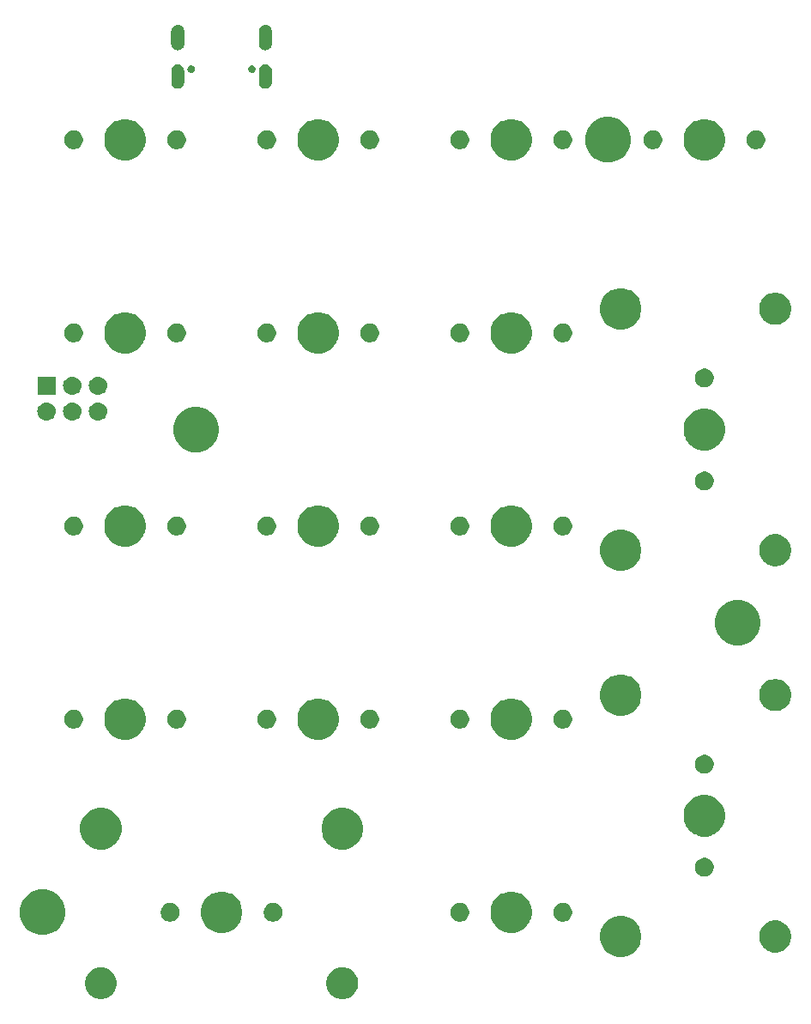
<source format=gts>
G04 #@! TF.GenerationSoftware,KiCad,Pcbnew,(5.1.4-0-10_14)*
G04 #@! TF.CreationDate,2020-10-24T19:39:48+11:00*
G04 #@! TF.ProjectId,Numpad,4e756d70-6164-42e6-9b69-6361645f7063,rev?*
G04 #@! TF.SameCoordinates,Original*
G04 #@! TF.FileFunction,Soldermask,Top*
G04 #@! TF.FilePolarity,Negative*
%FSLAX46Y46*%
G04 Gerber Fmt 4.6, Leading zero omitted, Abs format (unit mm)*
G04 Created by KiCad (PCBNEW (5.1.4-0-10_14)) date 2020-10-24 19:39:48*
%MOMM*%
%LPD*%
G04 APERTURE LIST*
%ADD10C,0.100000*%
G04 APERTURE END LIST*
D10*
G36*
X113813517Y-135615263D02*
G01*
X113965661Y-135645526D01*
X114084387Y-135694704D01*
X114252291Y-135764252D01*
X114252292Y-135764253D01*
X114510254Y-135936617D01*
X114729633Y-136155996D01*
X114844803Y-136328361D01*
X114901998Y-136413959D01*
X115020724Y-136700590D01*
X115081250Y-137004875D01*
X115081250Y-137315125D01*
X115020724Y-137619410D01*
X114901998Y-137906041D01*
X114901997Y-137906042D01*
X114729633Y-138164004D01*
X114510254Y-138383383D01*
X114337889Y-138498553D01*
X114252291Y-138555748D01*
X114084387Y-138625296D01*
X113965661Y-138674474D01*
X113661375Y-138735000D01*
X113351125Y-138735000D01*
X113046839Y-138674474D01*
X112928113Y-138625296D01*
X112760209Y-138555748D01*
X112674611Y-138498553D01*
X112502246Y-138383383D01*
X112282867Y-138164004D01*
X112110503Y-137906042D01*
X112110502Y-137906041D01*
X111991776Y-137619410D01*
X111931250Y-137315125D01*
X111931250Y-137004875D01*
X111991776Y-136700590D01*
X112110502Y-136413959D01*
X112167697Y-136328361D01*
X112282867Y-136155996D01*
X112502246Y-135936617D01*
X112760208Y-135764253D01*
X112760209Y-135764252D01*
X112928113Y-135694704D01*
X113046839Y-135645526D01*
X113198983Y-135615263D01*
X113351125Y-135585000D01*
X113661375Y-135585000D01*
X113813517Y-135615263D01*
X113813517Y-135615263D01*
G37*
G36*
X90001017Y-135615263D02*
G01*
X90153161Y-135645526D01*
X90271887Y-135694704D01*
X90439791Y-135764252D01*
X90439792Y-135764253D01*
X90697754Y-135936617D01*
X90917133Y-136155996D01*
X91032303Y-136328361D01*
X91089498Y-136413959D01*
X91208224Y-136700590D01*
X91268750Y-137004875D01*
X91268750Y-137315125D01*
X91208224Y-137619410D01*
X91089498Y-137906041D01*
X91089497Y-137906042D01*
X90917133Y-138164004D01*
X90697754Y-138383383D01*
X90525389Y-138498553D01*
X90439791Y-138555748D01*
X90271887Y-138625296D01*
X90153161Y-138674474D01*
X89848875Y-138735000D01*
X89538625Y-138735000D01*
X89234339Y-138674474D01*
X89115613Y-138625296D01*
X88947709Y-138555748D01*
X88862111Y-138498553D01*
X88689746Y-138383383D01*
X88470367Y-138164004D01*
X88298003Y-137906042D01*
X88298002Y-137906041D01*
X88179276Y-137619410D01*
X88118750Y-137315125D01*
X88118750Y-137004875D01*
X88179276Y-136700590D01*
X88298002Y-136413959D01*
X88355197Y-136328361D01*
X88470367Y-136155996D01*
X88689746Y-135936617D01*
X88947708Y-135764253D01*
X88947709Y-135764252D01*
X89115613Y-135694704D01*
X89234339Y-135645526D01*
X89386483Y-135615263D01*
X89538625Y-135585000D01*
X89848875Y-135585000D01*
X90001017Y-135615263D01*
X90001017Y-135615263D01*
G37*
G36*
X141566474Y-130589934D02*
G01*
X141784474Y-130680233D01*
X141938623Y-130744083D01*
X142273548Y-130967873D01*
X142558377Y-131252702D01*
X142782167Y-131587627D01*
X142846017Y-131741776D01*
X142936316Y-131959776D01*
X143014900Y-132354844D01*
X143014900Y-132757656D01*
X142936316Y-133152724D01*
X142874363Y-133302291D01*
X142782167Y-133524873D01*
X142558377Y-133859798D01*
X142273548Y-134144627D01*
X141938623Y-134368417D01*
X141784474Y-134432267D01*
X141566474Y-134522566D01*
X141171406Y-134601150D01*
X140768594Y-134601150D01*
X140373526Y-134522566D01*
X140155526Y-134432267D01*
X140001377Y-134368417D01*
X139666452Y-134144627D01*
X139381623Y-133859798D01*
X139157833Y-133524873D01*
X139065637Y-133302291D01*
X139003684Y-133152724D01*
X138925100Y-132757656D01*
X138925100Y-132354844D01*
X139003684Y-131959776D01*
X139093983Y-131741776D01*
X139157833Y-131587627D01*
X139381623Y-131252702D01*
X139666452Y-130967873D01*
X140001377Y-130744083D01*
X140155526Y-130680233D01*
X140373526Y-130589934D01*
X140768594Y-130511350D01*
X141171406Y-130511350D01*
X141566474Y-130589934D01*
X141566474Y-130589934D01*
G37*
G36*
X156669411Y-131041776D02*
G01*
X156726480Y-131065415D01*
X156956041Y-131160502D01*
X156956042Y-131160503D01*
X157214004Y-131332867D01*
X157433383Y-131552246D01*
X157471925Y-131609929D01*
X157605748Y-131810209D01*
X157724474Y-132096840D01*
X157785000Y-132401125D01*
X157785000Y-132711375D01*
X157724474Y-133015660D01*
X157605748Y-133302291D01*
X157605747Y-133302292D01*
X157433383Y-133560254D01*
X157214004Y-133779633D01*
X157094028Y-133859798D01*
X156956041Y-133951998D01*
X156788137Y-134021546D01*
X156669411Y-134070724D01*
X156365125Y-134131250D01*
X156054875Y-134131250D01*
X155750589Y-134070724D01*
X155631863Y-134021546D01*
X155463959Y-133951998D01*
X155325972Y-133859798D01*
X155205996Y-133779633D01*
X154986617Y-133560254D01*
X154814253Y-133302292D01*
X154814252Y-133302291D01*
X154695526Y-133015660D01*
X154635000Y-132711375D01*
X154635000Y-132401125D01*
X154695526Y-132096840D01*
X154814252Y-131810209D01*
X154948075Y-131609929D01*
X154986617Y-131552246D01*
X155205996Y-131332867D01*
X155463958Y-131160503D01*
X155463959Y-131160502D01*
X155693520Y-131065415D01*
X155750589Y-131041776D01*
X156054875Y-130981250D01*
X156365125Y-130981250D01*
X156669411Y-131041776D01*
X156669411Y-131041776D01*
G37*
G36*
X84222880Y-127934776D02*
G01*
X84603593Y-128010504D01*
X85013249Y-128180189D01*
X85381929Y-128426534D01*
X85695466Y-128740071D01*
X85941811Y-129108751D01*
X86111496Y-129518407D01*
X86198000Y-129953296D01*
X86198000Y-130396704D01*
X86111496Y-130831593D01*
X85941811Y-131241249D01*
X85695466Y-131609929D01*
X85381929Y-131923466D01*
X85013249Y-132169811D01*
X84603593Y-132339496D01*
X84222880Y-132415224D01*
X84168705Y-132426000D01*
X83725295Y-132426000D01*
X83671120Y-132415224D01*
X83290407Y-132339496D01*
X82880751Y-132169811D01*
X82512071Y-131923466D01*
X82198534Y-131609929D01*
X81952189Y-131241249D01*
X81782504Y-130831593D01*
X81696000Y-130396704D01*
X81696000Y-129953296D01*
X81782504Y-129518407D01*
X81952189Y-129108751D01*
X82198534Y-128740071D01*
X82512071Y-128426534D01*
X82880751Y-128180189D01*
X83290407Y-128010504D01*
X83671120Y-127934776D01*
X83725295Y-127924000D01*
X84168705Y-127924000D01*
X84222880Y-127934776D01*
X84222880Y-127934776D01*
G37*
G36*
X130771474Y-128208684D02*
G01*
X130989474Y-128298983D01*
X131143623Y-128362833D01*
X131478548Y-128586623D01*
X131763377Y-128871452D01*
X131987167Y-129206377D01*
X132019562Y-129284586D01*
X132141316Y-129578526D01*
X132219900Y-129973594D01*
X132219900Y-130376406D01*
X132141316Y-130771474D01*
X132090451Y-130894272D01*
X131987167Y-131143623D01*
X131763377Y-131478548D01*
X131478548Y-131763377D01*
X131143623Y-131987167D01*
X130989474Y-132051017D01*
X130771474Y-132141316D01*
X130376406Y-132219900D01*
X129973594Y-132219900D01*
X129578526Y-132141316D01*
X129360526Y-132051017D01*
X129206377Y-131987167D01*
X128871452Y-131763377D01*
X128586623Y-131478548D01*
X128362833Y-131143623D01*
X128259549Y-130894272D01*
X128208684Y-130771474D01*
X128130100Y-130376406D01*
X128130100Y-129973594D01*
X128208684Y-129578526D01*
X128330438Y-129284586D01*
X128362833Y-129206377D01*
X128586623Y-128871452D01*
X128871452Y-128586623D01*
X129206377Y-128362833D01*
X129360526Y-128298983D01*
X129578526Y-128208684D01*
X129973594Y-128130100D01*
X130376406Y-128130100D01*
X130771474Y-128208684D01*
X130771474Y-128208684D01*
G37*
G36*
X102196474Y-128208684D02*
G01*
X102414474Y-128298983D01*
X102568623Y-128362833D01*
X102903548Y-128586623D01*
X103188377Y-128871452D01*
X103412167Y-129206377D01*
X103444562Y-129284586D01*
X103566316Y-129578526D01*
X103644900Y-129973594D01*
X103644900Y-130376406D01*
X103566316Y-130771474D01*
X103515451Y-130894272D01*
X103412167Y-131143623D01*
X103188377Y-131478548D01*
X102903548Y-131763377D01*
X102568623Y-131987167D01*
X102414474Y-132051017D01*
X102196474Y-132141316D01*
X101801406Y-132219900D01*
X101398594Y-132219900D01*
X101003526Y-132141316D01*
X100785526Y-132051017D01*
X100631377Y-131987167D01*
X100296452Y-131763377D01*
X100011623Y-131478548D01*
X99787833Y-131143623D01*
X99684549Y-130894272D01*
X99633684Y-130771474D01*
X99555100Y-130376406D01*
X99555100Y-129973594D01*
X99633684Y-129578526D01*
X99755438Y-129284586D01*
X99787833Y-129206377D01*
X100011623Y-128871452D01*
X100296452Y-128586623D01*
X100631377Y-128362833D01*
X100785526Y-128298983D01*
X101003526Y-128208684D01*
X101398594Y-128130100D01*
X101801406Y-128130100D01*
X102196474Y-128208684D01*
X102196474Y-128208684D01*
G37*
G36*
X106950104Y-129284585D02*
G01*
X107118626Y-129354389D01*
X107270291Y-129455728D01*
X107399272Y-129584709D01*
X107500611Y-129736374D01*
X107570415Y-129904896D01*
X107606000Y-130083797D01*
X107606000Y-130266203D01*
X107570415Y-130445104D01*
X107500611Y-130613626D01*
X107399272Y-130765291D01*
X107270291Y-130894272D01*
X107118626Y-130995611D01*
X106950104Y-131065415D01*
X106771203Y-131101000D01*
X106588797Y-131101000D01*
X106409896Y-131065415D01*
X106241374Y-130995611D01*
X106089709Y-130894272D01*
X105960728Y-130765291D01*
X105859389Y-130613626D01*
X105789585Y-130445104D01*
X105754000Y-130266203D01*
X105754000Y-130083797D01*
X105789585Y-129904896D01*
X105859389Y-129736374D01*
X105960728Y-129584709D01*
X106089709Y-129455728D01*
X106241374Y-129354389D01*
X106409896Y-129284585D01*
X106588797Y-129249000D01*
X106771203Y-129249000D01*
X106950104Y-129284585D01*
X106950104Y-129284585D01*
G37*
G36*
X96790104Y-129284585D02*
G01*
X96958626Y-129354389D01*
X97110291Y-129455728D01*
X97239272Y-129584709D01*
X97340611Y-129736374D01*
X97410415Y-129904896D01*
X97446000Y-130083797D01*
X97446000Y-130266203D01*
X97410415Y-130445104D01*
X97340611Y-130613626D01*
X97239272Y-130765291D01*
X97110291Y-130894272D01*
X96958626Y-130995611D01*
X96790104Y-131065415D01*
X96611203Y-131101000D01*
X96428797Y-131101000D01*
X96249896Y-131065415D01*
X96081374Y-130995611D01*
X95929709Y-130894272D01*
X95800728Y-130765291D01*
X95699389Y-130613626D01*
X95629585Y-130445104D01*
X95594000Y-130266203D01*
X95594000Y-130083797D01*
X95629585Y-129904896D01*
X95699389Y-129736374D01*
X95800728Y-129584709D01*
X95929709Y-129455728D01*
X96081374Y-129354389D01*
X96249896Y-129284585D01*
X96428797Y-129249000D01*
X96611203Y-129249000D01*
X96790104Y-129284585D01*
X96790104Y-129284585D01*
G37*
G36*
X125365104Y-129284585D02*
G01*
X125533626Y-129354389D01*
X125685291Y-129455728D01*
X125814272Y-129584709D01*
X125915611Y-129736374D01*
X125985415Y-129904896D01*
X126021000Y-130083797D01*
X126021000Y-130266203D01*
X125985415Y-130445104D01*
X125915611Y-130613626D01*
X125814272Y-130765291D01*
X125685291Y-130894272D01*
X125533626Y-130995611D01*
X125365104Y-131065415D01*
X125186203Y-131101000D01*
X125003797Y-131101000D01*
X124824896Y-131065415D01*
X124656374Y-130995611D01*
X124504709Y-130894272D01*
X124375728Y-130765291D01*
X124274389Y-130613626D01*
X124204585Y-130445104D01*
X124169000Y-130266203D01*
X124169000Y-130083797D01*
X124204585Y-129904896D01*
X124274389Y-129736374D01*
X124375728Y-129584709D01*
X124504709Y-129455728D01*
X124656374Y-129354389D01*
X124824896Y-129284585D01*
X125003797Y-129249000D01*
X125186203Y-129249000D01*
X125365104Y-129284585D01*
X125365104Y-129284585D01*
G37*
G36*
X135525104Y-129284585D02*
G01*
X135693626Y-129354389D01*
X135845291Y-129455728D01*
X135974272Y-129584709D01*
X136075611Y-129736374D01*
X136145415Y-129904896D01*
X136181000Y-130083797D01*
X136181000Y-130266203D01*
X136145415Y-130445104D01*
X136075611Y-130613626D01*
X135974272Y-130765291D01*
X135845291Y-130894272D01*
X135693626Y-130995611D01*
X135525104Y-131065415D01*
X135346203Y-131101000D01*
X135163797Y-131101000D01*
X134984896Y-131065415D01*
X134816374Y-130995611D01*
X134664709Y-130894272D01*
X134535728Y-130765291D01*
X134434389Y-130613626D01*
X134364585Y-130445104D01*
X134329000Y-130266203D01*
X134329000Y-130083797D01*
X134364585Y-129904896D01*
X134434389Y-129736374D01*
X134535728Y-129584709D01*
X134664709Y-129455728D01*
X134816374Y-129354389D01*
X134984896Y-129284585D01*
X135163797Y-129249000D01*
X135346203Y-129249000D01*
X135525104Y-129284585D01*
X135525104Y-129284585D01*
G37*
G36*
X149495104Y-124839585D02*
G01*
X149663626Y-124909389D01*
X149815291Y-125010728D01*
X149944272Y-125139709D01*
X150045611Y-125291374D01*
X150115415Y-125459896D01*
X150151000Y-125638797D01*
X150151000Y-125821203D01*
X150115415Y-126000104D01*
X150045611Y-126168626D01*
X149944272Y-126320291D01*
X149815291Y-126449272D01*
X149663626Y-126550611D01*
X149495104Y-126620415D01*
X149316203Y-126656000D01*
X149133797Y-126656000D01*
X148954896Y-126620415D01*
X148786374Y-126550611D01*
X148634709Y-126449272D01*
X148505728Y-126320291D01*
X148404389Y-126168626D01*
X148334585Y-126000104D01*
X148299000Y-125821203D01*
X148299000Y-125638797D01*
X148334585Y-125459896D01*
X148404389Y-125291374D01*
X148505728Y-125139709D01*
X148634709Y-125010728D01*
X148786374Y-124909389D01*
X148954896Y-124839585D01*
X149133797Y-124804000D01*
X149316203Y-124804000D01*
X149495104Y-124839585D01*
X149495104Y-124839585D01*
G37*
G36*
X114102724Y-119953684D02*
G01*
X114320724Y-120043983D01*
X114474873Y-120107833D01*
X114809798Y-120331623D01*
X115094627Y-120616452D01*
X115318417Y-120951377D01*
X115318417Y-120951378D01*
X115472566Y-121323526D01*
X115551150Y-121718594D01*
X115551150Y-122121406D01*
X115472566Y-122516474D01*
X115431210Y-122616315D01*
X115318417Y-122888623D01*
X115094627Y-123223548D01*
X114809798Y-123508377D01*
X114474873Y-123732167D01*
X114320724Y-123796017D01*
X114102724Y-123886316D01*
X113707656Y-123964900D01*
X113304844Y-123964900D01*
X112909776Y-123886316D01*
X112691776Y-123796017D01*
X112537627Y-123732167D01*
X112202702Y-123508377D01*
X111917873Y-123223548D01*
X111694083Y-122888623D01*
X111581290Y-122616315D01*
X111539934Y-122516474D01*
X111461350Y-122121406D01*
X111461350Y-121718594D01*
X111539934Y-121323526D01*
X111694083Y-120951378D01*
X111694083Y-120951377D01*
X111917873Y-120616452D01*
X112202702Y-120331623D01*
X112537627Y-120107833D01*
X112691776Y-120043983D01*
X112909776Y-119953684D01*
X113304844Y-119875100D01*
X113707656Y-119875100D01*
X114102724Y-119953684D01*
X114102724Y-119953684D01*
G37*
G36*
X90290224Y-119953684D02*
G01*
X90508224Y-120043983D01*
X90662373Y-120107833D01*
X90997298Y-120331623D01*
X91282127Y-120616452D01*
X91505917Y-120951377D01*
X91505917Y-120951378D01*
X91660066Y-121323526D01*
X91738650Y-121718594D01*
X91738650Y-122121406D01*
X91660066Y-122516474D01*
X91618710Y-122616315D01*
X91505917Y-122888623D01*
X91282127Y-123223548D01*
X90997298Y-123508377D01*
X90662373Y-123732167D01*
X90508224Y-123796017D01*
X90290224Y-123886316D01*
X89895156Y-123964900D01*
X89492344Y-123964900D01*
X89097276Y-123886316D01*
X88879276Y-123796017D01*
X88725127Y-123732167D01*
X88390202Y-123508377D01*
X88105373Y-123223548D01*
X87881583Y-122888623D01*
X87768790Y-122616315D01*
X87727434Y-122516474D01*
X87648850Y-122121406D01*
X87648850Y-121718594D01*
X87727434Y-121323526D01*
X87881583Y-120951378D01*
X87881583Y-120951377D01*
X88105373Y-120616452D01*
X88390202Y-120331623D01*
X88725127Y-120107833D01*
X88879276Y-120043983D01*
X89097276Y-119953684D01*
X89492344Y-119875100D01*
X89895156Y-119875100D01*
X90290224Y-119953684D01*
X90290224Y-119953684D01*
G37*
G36*
X149821474Y-118683684D02*
G01*
X150039474Y-118773983D01*
X150193623Y-118837833D01*
X150528548Y-119061623D01*
X150813377Y-119346452D01*
X151037167Y-119681377D01*
X151037167Y-119681378D01*
X151191316Y-120053526D01*
X151269900Y-120448594D01*
X151269900Y-120851406D01*
X151191316Y-121246474D01*
X151159400Y-121323525D01*
X151037167Y-121618623D01*
X150813377Y-121953548D01*
X150528548Y-122238377D01*
X150193623Y-122462167D01*
X150062514Y-122516474D01*
X149821474Y-122616316D01*
X149426406Y-122694900D01*
X149023594Y-122694900D01*
X148628526Y-122616316D01*
X148387486Y-122516474D01*
X148256377Y-122462167D01*
X147921452Y-122238377D01*
X147636623Y-121953548D01*
X147412833Y-121618623D01*
X147290600Y-121323525D01*
X147258684Y-121246474D01*
X147180100Y-120851406D01*
X147180100Y-120448594D01*
X147258684Y-120053526D01*
X147412833Y-119681378D01*
X147412833Y-119681377D01*
X147636623Y-119346452D01*
X147921452Y-119061623D01*
X148256377Y-118837833D01*
X148410526Y-118773983D01*
X148628526Y-118683684D01*
X149023594Y-118605100D01*
X149426406Y-118605100D01*
X149821474Y-118683684D01*
X149821474Y-118683684D01*
G37*
G36*
X149495104Y-114679585D02*
G01*
X149663626Y-114749389D01*
X149815291Y-114850728D01*
X149944272Y-114979709D01*
X150045611Y-115131374D01*
X150115415Y-115299896D01*
X150151000Y-115478797D01*
X150151000Y-115661203D01*
X150115415Y-115840104D01*
X150045611Y-116008626D01*
X149944272Y-116160291D01*
X149815291Y-116289272D01*
X149663626Y-116390611D01*
X149495104Y-116460415D01*
X149316203Y-116496000D01*
X149133797Y-116496000D01*
X148954896Y-116460415D01*
X148786374Y-116390611D01*
X148634709Y-116289272D01*
X148505728Y-116160291D01*
X148404389Y-116008626D01*
X148334585Y-115840104D01*
X148299000Y-115661203D01*
X148299000Y-115478797D01*
X148334585Y-115299896D01*
X148404389Y-115131374D01*
X148505728Y-114979709D01*
X148634709Y-114850728D01*
X148786374Y-114749389D01*
X148954896Y-114679585D01*
X149133797Y-114644000D01*
X149316203Y-114644000D01*
X149495104Y-114679585D01*
X149495104Y-114679585D01*
G37*
G36*
X130771474Y-109158684D02*
G01*
X130989474Y-109248983D01*
X131143623Y-109312833D01*
X131478548Y-109536623D01*
X131763377Y-109821452D01*
X131987167Y-110156377D01*
X132019562Y-110234586D01*
X132141316Y-110528526D01*
X132219900Y-110923594D01*
X132219900Y-111326406D01*
X132141316Y-111721474D01*
X132090451Y-111844272D01*
X131987167Y-112093623D01*
X131763377Y-112428548D01*
X131478548Y-112713377D01*
X131143623Y-112937167D01*
X130989474Y-113001017D01*
X130771474Y-113091316D01*
X130376406Y-113169900D01*
X129973594Y-113169900D01*
X129578526Y-113091316D01*
X129360526Y-113001017D01*
X129206377Y-112937167D01*
X128871452Y-112713377D01*
X128586623Y-112428548D01*
X128362833Y-112093623D01*
X128259549Y-111844272D01*
X128208684Y-111721474D01*
X128130100Y-111326406D01*
X128130100Y-110923594D01*
X128208684Y-110528526D01*
X128330438Y-110234586D01*
X128362833Y-110156377D01*
X128586623Y-109821452D01*
X128871452Y-109536623D01*
X129206377Y-109312833D01*
X129360526Y-109248983D01*
X129578526Y-109158684D01*
X129973594Y-109080100D01*
X130376406Y-109080100D01*
X130771474Y-109158684D01*
X130771474Y-109158684D01*
G37*
G36*
X111721474Y-109158684D02*
G01*
X111939474Y-109248983D01*
X112093623Y-109312833D01*
X112428548Y-109536623D01*
X112713377Y-109821452D01*
X112937167Y-110156377D01*
X112969562Y-110234586D01*
X113091316Y-110528526D01*
X113169900Y-110923594D01*
X113169900Y-111326406D01*
X113091316Y-111721474D01*
X113040451Y-111844272D01*
X112937167Y-112093623D01*
X112713377Y-112428548D01*
X112428548Y-112713377D01*
X112093623Y-112937167D01*
X111939474Y-113001017D01*
X111721474Y-113091316D01*
X111326406Y-113169900D01*
X110923594Y-113169900D01*
X110528526Y-113091316D01*
X110310526Y-113001017D01*
X110156377Y-112937167D01*
X109821452Y-112713377D01*
X109536623Y-112428548D01*
X109312833Y-112093623D01*
X109209549Y-111844272D01*
X109158684Y-111721474D01*
X109080100Y-111326406D01*
X109080100Y-110923594D01*
X109158684Y-110528526D01*
X109280438Y-110234586D01*
X109312833Y-110156377D01*
X109536623Y-109821452D01*
X109821452Y-109536623D01*
X110156377Y-109312833D01*
X110310526Y-109248983D01*
X110528526Y-109158684D01*
X110923594Y-109080100D01*
X111326406Y-109080100D01*
X111721474Y-109158684D01*
X111721474Y-109158684D01*
G37*
G36*
X92671474Y-109158684D02*
G01*
X92889474Y-109248983D01*
X93043623Y-109312833D01*
X93378548Y-109536623D01*
X93663377Y-109821452D01*
X93887167Y-110156377D01*
X93919562Y-110234586D01*
X94041316Y-110528526D01*
X94119900Y-110923594D01*
X94119900Y-111326406D01*
X94041316Y-111721474D01*
X93990451Y-111844272D01*
X93887167Y-112093623D01*
X93663377Y-112428548D01*
X93378548Y-112713377D01*
X93043623Y-112937167D01*
X92889474Y-113001017D01*
X92671474Y-113091316D01*
X92276406Y-113169900D01*
X91873594Y-113169900D01*
X91478526Y-113091316D01*
X91260526Y-113001017D01*
X91106377Y-112937167D01*
X90771452Y-112713377D01*
X90486623Y-112428548D01*
X90262833Y-112093623D01*
X90159549Y-111844272D01*
X90108684Y-111721474D01*
X90030100Y-111326406D01*
X90030100Y-110923594D01*
X90108684Y-110528526D01*
X90230438Y-110234586D01*
X90262833Y-110156377D01*
X90486623Y-109821452D01*
X90771452Y-109536623D01*
X91106377Y-109312833D01*
X91260526Y-109248983D01*
X91478526Y-109158684D01*
X91873594Y-109080100D01*
X92276406Y-109080100D01*
X92671474Y-109158684D01*
X92671474Y-109158684D01*
G37*
G36*
X106315104Y-110234585D02*
G01*
X106483626Y-110304389D01*
X106635291Y-110405728D01*
X106764272Y-110534709D01*
X106865611Y-110686374D01*
X106935415Y-110854896D01*
X106971000Y-111033797D01*
X106971000Y-111216203D01*
X106935415Y-111395104D01*
X106865611Y-111563626D01*
X106764272Y-111715291D01*
X106635291Y-111844272D01*
X106483626Y-111945611D01*
X106315104Y-112015415D01*
X106136203Y-112051000D01*
X105953797Y-112051000D01*
X105774896Y-112015415D01*
X105606374Y-111945611D01*
X105454709Y-111844272D01*
X105325728Y-111715291D01*
X105224389Y-111563626D01*
X105154585Y-111395104D01*
X105119000Y-111216203D01*
X105119000Y-111033797D01*
X105154585Y-110854896D01*
X105224389Y-110686374D01*
X105325728Y-110534709D01*
X105454709Y-110405728D01*
X105606374Y-110304389D01*
X105774896Y-110234585D01*
X105953797Y-110199000D01*
X106136203Y-110199000D01*
X106315104Y-110234585D01*
X106315104Y-110234585D01*
G37*
G36*
X125365104Y-110234585D02*
G01*
X125533626Y-110304389D01*
X125685291Y-110405728D01*
X125814272Y-110534709D01*
X125915611Y-110686374D01*
X125985415Y-110854896D01*
X126021000Y-111033797D01*
X126021000Y-111216203D01*
X125985415Y-111395104D01*
X125915611Y-111563626D01*
X125814272Y-111715291D01*
X125685291Y-111844272D01*
X125533626Y-111945611D01*
X125365104Y-112015415D01*
X125186203Y-112051000D01*
X125003797Y-112051000D01*
X124824896Y-112015415D01*
X124656374Y-111945611D01*
X124504709Y-111844272D01*
X124375728Y-111715291D01*
X124274389Y-111563626D01*
X124204585Y-111395104D01*
X124169000Y-111216203D01*
X124169000Y-111033797D01*
X124204585Y-110854896D01*
X124274389Y-110686374D01*
X124375728Y-110534709D01*
X124504709Y-110405728D01*
X124656374Y-110304389D01*
X124824896Y-110234585D01*
X125003797Y-110199000D01*
X125186203Y-110199000D01*
X125365104Y-110234585D01*
X125365104Y-110234585D01*
G37*
G36*
X135525104Y-110234585D02*
G01*
X135693626Y-110304389D01*
X135845291Y-110405728D01*
X135974272Y-110534709D01*
X136075611Y-110686374D01*
X136145415Y-110854896D01*
X136181000Y-111033797D01*
X136181000Y-111216203D01*
X136145415Y-111395104D01*
X136075611Y-111563626D01*
X135974272Y-111715291D01*
X135845291Y-111844272D01*
X135693626Y-111945611D01*
X135525104Y-112015415D01*
X135346203Y-112051000D01*
X135163797Y-112051000D01*
X134984896Y-112015415D01*
X134816374Y-111945611D01*
X134664709Y-111844272D01*
X134535728Y-111715291D01*
X134434389Y-111563626D01*
X134364585Y-111395104D01*
X134329000Y-111216203D01*
X134329000Y-111033797D01*
X134364585Y-110854896D01*
X134434389Y-110686374D01*
X134535728Y-110534709D01*
X134664709Y-110405728D01*
X134816374Y-110304389D01*
X134984896Y-110234585D01*
X135163797Y-110199000D01*
X135346203Y-110199000D01*
X135525104Y-110234585D01*
X135525104Y-110234585D01*
G37*
G36*
X116475104Y-110234585D02*
G01*
X116643626Y-110304389D01*
X116795291Y-110405728D01*
X116924272Y-110534709D01*
X117025611Y-110686374D01*
X117095415Y-110854896D01*
X117131000Y-111033797D01*
X117131000Y-111216203D01*
X117095415Y-111395104D01*
X117025611Y-111563626D01*
X116924272Y-111715291D01*
X116795291Y-111844272D01*
X116643626Y-111945611D01*
X116475104Y-112015415D01*
X116296203Y-112051000D01*
X116113797Y-112051000D01*
X115934896Y-112015415D01*
X115766374Y-111945611D01*
X115614709Y-111844272D01*
X115485728Y-111715291D01*
X115384389Y-111563626D01*
X115314585Y-111395104D01*
X115279000Y-111216203D01*
X115279000Y-111033797D01*
X115314585Y-110854896D01*
X115384389Y-110686374D01*
X115485728Y-110534709D01*
X115614709Y-110405728D01*
X115766374Y-110304389D01*
X115934896Y-110234585D01*
X116113797Y-110199000D01*
X116296203Y-110199000D01*
X116475104Y-110234585D01*
X116475104Y-110234585D01*
G37*
G36*
X87265104Y-110234585D02*
G01*
X87433626Y-110304389D01*
X87585291Y-110405728D01*
X87714272Y-110534709D01*
X87815611Y-110686374D01*
X87885415Y-110854896D01*
X87921000Y-111033797D01*
X87921000Y-111216203D01*
X87885415Y-111395104D01*
X87815611Y-111563626D01*
X87714272Y-111715291D01*
X87585291Y-111844272D01*
X87433626Y-111945611D01*
X87265104Y-112015415D01*
X87086203Y-112051000D01*
X86903797Y-112051000D01*
X86724896Y-112015415D01*
X86556374Y-111945611D01*
X86404709Y-111844272D01*
X86275728Y-111715291D01*
X86174389Y-111563626D01*
X86104585Y-111395104D01*
X86069000Y-111216203D01*
X86069000Y-111033797D01*
X86104585Y-110854896D01*
X86174389Y-110686374D01*
X86275728Y-110534709D01*
X86404709Y-110405728D01*
X86556374Y-110304389D01*
X86724896Y-110234585D01*
X86903797Y-110199000D01*
X87086203Y-110199000D01*
X87265104Y-110234585D01*
X87265104Y-110234585D01*
G37*
G36*
X97425104Y-110234585D02*
G01*
X97593626Y-110304389D01*
X97745291Y-110405728D01*
X97874272Y-110534709D01*
X97975611Y-110686374D01*
X98045415Y-110854896D01*
X98081000Y-111033797D01*
X98081000Y-111216203D01*
X98045415Y-111395104D01*
X97975611Y-111563626D01*
X97874272Y-111715291D01*
X97745291Y-111844272D01*
X97593626Y-111945611D01*
X97425104Y-112015415D01*
X97246203Y-112051000D01*
X97063797Y-112051000D01*
X96884896Y-112015415D01*
X96716374Y-111945611D01*
X96564709Y-111844272D01*
X96435728Y-111715291D01*
X96334389Y-111563626D01*
X96264585Y-111395104D01*
X96229000Y-111216203D01*
X96229000Y-111033797D01*
X96264585Y-110854896D01*
X96334389Y-110686374D01*
X96435728Y-110534709D01*
X96564709Y-110405728D01*
X96716374Y-110304389D01*
X96884896Y-110234585D01*
X97063797Y-110199000D01*
X97246203Y-110199000D01*
X97425104Y-110234585D01*
X97425104Y-110234585D01*
G37*
G36*
X141566474Y-106777434D02*
G01*
X141784474Y-106867733D01*
X141938623Y-106931583D01*
X142273548Y-107155373D01*
X142558377Y-107440202D01*
X142782167Y-107775127D01*
X142782167Y-107775128D01*
X142936316Y-108147276D01*
X143014900Y-108542344D01*
X143014900Y-108945156D01*
X142936316Y-109340224D01*
X142874363Y-109489791D01*
X142782167Y-109712373D01*
X142558377Y-110047298D01*
X142273548Y-110332127D01*
X141938623Y-110555917D01*
X141784474Y-110619767D01*
X141566474Y-110710066D01*
X141171406Y-110788650D01*
X140768594Y-110788650D01*
X140373526Y-110710066D01*
X140155526Y-110619767D01*
X140001377Y-110555917D01*
X139666452Y-110332127D01*
X139381623Y-110047298D01*
X139157833Y-109712373D01*
X139065637Y-109489791D01*
X139003684Y-109340224D01*
X138925100Y-108945156D01*
X138925100Y-108542344D01*
X139003684Y-108147276D01*
X139157833Y-107775128D01*
X139157833Y-107775127D01*
X139381623Y-107440202D01*
X139666452Y-107155373D01*
X140001377Y-106931583D01*
X140155526Y-106867733D01*
X140373526Y-106777434D01*
X140768594Y-106698850D01*
X141171406Y-106698850D01*
X141566474Y-106777434D01*
X141566474Y-106777434D01*
G37*
G36*
X156517267Y-107199013D02*
G01*
X156669411Y-107229276D01*
X156788137Y-107278454D01*
X156956041Y-107348002D01*
X156956042Y-107348003D01*
X157214004Y-107520367D01*
X157433383Y-107739746D01*
X157457024Y-107775128D01*
X157605748Y-107997709D01*
X157724474Y-108284340D01*
X157785000Y-108588625D01*
X157785000Y-108898875D01*
X157724474Y-109203160D01*
X157605748Y-109489791D01*
X157605747Y-109489792D01*
X157433383Y-109747754D01*
X157214004Y-109967133D01*
X157094028Y-110047298D01*
X156956041Y-110139498D01*
X156812390Y-110199000D01*
X156669411Y-110258224D01*
X156517267Y-110288487D01*
X156365125Y-110318750D01*
X156054875Y-110318750D01*
X155902733Y-110288487D01*
X155750589Y-110258224D01*
X155607610Y-110199000D01*
X155463959Y-110139498D01*
X155325972Y-110047298D01*
X155205996Y-109967133D01*
X154986617Y-109747754D01*
X154814253Y-109489792D01*
X154814252Y-109489791D01*
X154695526Y-109203160D01*
X154635000Y-108898875D01*
X154635000Y-108588625D01*
X154695526Y-108284340D01*
X154814252Y-107997709D01*
X154962976Y-107775128D01*
X154986617Y-107739746D01*
X155205996Y-107520367D01*
X155463958Y-107348003D01*
X155463959Y-107348002D01*
X155631863Y-107278454D01*
X155750589Y-107229276D01*
X155902733Y-107199013D01*
X156054875Y-107168750D01*
X156365125Y-107168750D01*
X156517267Y-107199013D01*
X156517267Y-107199013D01*
G37*
G36*
X152802880Y-99359776D02*
G01*
X153183593Y-99435504D01*
X153593249Y-99605189D01*
X153961929Y-99851534D01*
X154275466Y-100165071D01*
X154521811Y-100533751D01*
X154691496Y-100943407D01*
X154778000Y-101378296D01*
X154778000Y-101821704D01*
X154691496Y-102256593D01*
X154521811Y-102666249D01*
X154275466Y-103034929D01*
X153961929Y-103348466D01*
X153593249Y-103594811D01*
X153183593Y-103764496D01*
X152802880Y-103840224D01*
X152748705Y-103851000D01*
X152305295Y-103851000D01*
X152251120Y-103840224D01*
X151870407Y-103764496D01*
X151460751Y-103594811D01*
X151092071Y-103348466D01*
X150778534Y-103034929D01*
X150532189Y-102666249D01*
X150362504Y-102256593D01*
X150276000Y-101821704D01*
X150276000Y-101378296D01*
X150362504Y-100943407D01*
X150532189Y-100533751D01*
X150778534Y-100165071D01*
X151092071Y-99851534D01*
X151460751Y-99605189D01*
X151870407Y-99435504D01*
X152251120Y-99359776D01*
X152305295Y-99349000D01*
X152748705Y-99349000D01*
X152802880Y-99359776D01*
X152802880Y-99359776D01*
G37*
G36*
X141566474Y-92489934D02*
G01*
X141784474Y-92580233D01*
X141938623Y-92644083D01*
X142273548Y-92867873D01*
X142558377Y-93152702D01*
X142782167Y-93487627D01*
X142782167Y-93487628D01*
X142936316Y-93859776D01*
X143014900Y-94254844D01*
X143014900Y-94657656D01*
X142936316Y-95052724D01*
X142874363Y-95202291D01*
X142782167Y-95424873D01*
X142558377Y-95759798D01*
X142273548Y-96044627D01*
X141938623Y-96268417D01*
X141784474Y-96332267D01*
X141566474Y-96422566D01*
X141171406Y-96501150D01*
X140768594Y-96501150D01*
X140373526Y-96422566D01*
X140155526Y-96332267D01*
X140001377Y-96268417D01*
X139666452Y-96044627D01*
X139381623Y-95759798D01*
X139157833Y-95424873D01*
X139065637Y-95202291D01*
X139003684Y-95052724D01*
X138925100Y-94657656D01*
X138925100Y-94254844D01*
X139003684Y-93859776D01*
X139157833Y-93487628D01*
X139157833Y-93487627D01*
X139381623Y-93152702D01*
X139666452Y-92867873D01*
X140001377Y-92644083D01*
X140155526Y-92580233D01*
X140373526Y-92489934D01*
X140768594Y-92411350D01*
X141171406Y-92411350D01*
X141566474Y-92489934D01*
X141566474Y-92489934D01*
G37*
G36*
X156669411Y-92941776D02*
G01*
X156726480Y-92965415D01*
X156956041Y-93060502D01*
X156956042Y-93060503D01*
X157214004Y-93232867D01*
X157433383Y-93452246D01*
X157457024Y-93487628D01*
X157605748Y-93710209D01*
X157724474Y-93996840D01*
X157785000Y-94301125D01*
X157785000Y-94611375D01*
X157724474Y-94915660D01*
X157605748Y-95202291D01*
X157605747Y-95202292D01*
X157433383Y-95460254D01*
X157214004Y-95679633D01*
X157094028Y-95759798D01*
X156956041Y-95851998D01*
X156788137Y-95921546D01*
X156669411Y-95970724D01*
X156517267Y-96000987D01*
X156365125Y-96031250D01*
X156054875Y-96031250D01*
X155902733Y-96000987D01*
X155750589Y-95970724D01*
X155631863Y-95921546D01*
X155463959Y-95851998D01*
X155325972Y-95759798D01*
X155205996Y-95679633D01*
X154986617Y-95460254D01*
X154814253Y-95202292D01*
X154814252Y-95202291D01*
X154695526Y-94915660D01*
X154635000Y-94611375D01*
X154635000Y-94301125D01*
X154695526Y-93996840D01*
X154814252Y-93710209D01*
X154962976Y-93487628D01*
X154986617Y-93452246D01*
X155205996Y-93232867D01*
X155463958Y-93060503D01*
X155463959Y-93060502D01*
X155693520Y-92965415D01*
X155750589Y-92941776D01*
X156054875Y-92881250D01*
X156365125Y-92881250D01*
X156669411Y-92941776D01*
X156669411Y-92941776D01*
G37*
G36*
X111721474Y-90108684D02*
G01*
X111939474Y-90198983D01*
X112093623Y-90262833D01*
X112428548Y-90486623D01*
X112713377Y-90771452D01*
X112937167Y-91106377D01*
X112969562Y-91184586D01*
X113091316Y-91478526D01*
X113169900Y-91873594D01*
X113169900Y-92276406D01*
X113091316Y-92671474D01*
X113040451Y-92794272D01*
X112937167Y-93043623D01*
X112713377Y-93378548D01*
X112428548Y-93663377D01*
X112093623Y-93887167D01*
X111939474Y-93951017D01*
X111721474Y-94041316D01*
X111326406Y-94119900D01*
X110923594Y-94119900D01*
X110528526Y-94041316D01*
X110310526Y-93951017D01*
X110156377Y-93887167D01*
X109821452Y-93663377D01*
X109536623Y-93378548D01*
X109312833Y-93043623D01*
X109209549Y-92794272D01*
X109158684Y-92671474D01*
X109080100Y-92276406D01*
X109080100Y-91873594D01*
X109158684Y-91478526D01*
X109280438Y-91184586D01*
X109312833Y-91106377D01*
X109536623Y-90771452D01*
X109821452Y-90486623D01*
X110156377Y-90262833D01*
X110310526Y-90198983D01*
X110528526Y-90108684D01*
X110923594Y-90030100D01*
X111326406Y-90030100D01*
X111721474Y-90108684D01*
X111721474Y-90108684D01*
G37*
G36*
X92671474Y-90108684D02*
G01*
X92889474Y-90198983D01*
X93043623Y-90262833D01*
X93378548Y-90486623D01*
X93663377Y-90771452D01*
X93887167Y-91106377D01*
X93919562Y-91184586D01*
X94041316Y-91478526D01*
X94119900Y-91873594D01*
X94119900Y-92276406D01*
X94041316Y-92671474D01*
X93990451Y-92794272D01*
X93887167Y-93043623D01*
X93663377Y-93378548D01*
X93378548Y-93663377D01*
X93043623Y-93887167D01*
X92889474Y-93951017D01*
X92671474Y-94041316D01*
X92276406Y-94119900D01*
X91873594Y-94119900D01*
X91478526Y-94041316D01*
X91260526Y-93951017D01*
X91106377Y-93887167D01*
X90771452Y-93663377D01*
X90486623Y-93378548D01*
X90262833Y-93043623D01*
X90159549Y-92794272D01*
X90108684Y-92671474D01*
X90030100Y-92276406D01*
X90030100Y-91873594D01*
X90108684Y-91478526D01*
X90230438Y-91184586D01*
X90262833Y-91106377D01*
X90486623Y-90771452D01*
X90771452Y-90486623D01*
X91106377Y-90262833D01*
X91260526Y-90198983D01*
X91478526Y-90108684D01*
X91873594Y-90030100D01*
X92276406Y-90030100D01*
X92671474Y-90108684D01*
X92671474Y-90108684D01*
G37*
G36*
X130771474Y-90108684D02*
G01*
X130989474Y-90198983D01*
X131143623Y-90262833D01*
X131478548Y-90486623D01*
X131763377Y-90771452D01*
X131987167Y-91106377D01*
X132019562Y-91184586D01*
X132141316Y-91478526D01*
X132219900Y-91873594D01*
X132219900Y-92276406D01*
X132141316Y-92671474D01*
X132090451Y-92794272D01*
X131987167Y-93043623D01*
X131763377Y-93378548D01*
X131478548Y-93663377D01*
X131143623Y-93887167D01*
X130989474Y-93951017D01*
X130771474Y-94041316D01*
X130376406Y-94119900D01*
X129973594Y-94119900D01*
X129578526Y-94041316D01*
X129360526Y-93951017D01*
X129206377Y-93887167D01*
X128871452Y-93663377D01*
X128586623Y-93378548D01*
X128362833Y-93043623D01*
X128259549Y-92794272D01*
X128208684Y-92671474D01*
X128130100Y-92276406D01*
X128130100Y-91873594D01*
X128208684Y-91478526D01*
X128330438Y-91184586D01*
X128362833Y-91106377D01*
X128586623Y-90771452D01*
X128871452Y-90486623D01*
X129206377Y-90262833D01*
X129360526Y-90198983D01*
X129578526Y-90108684D01*
X129973594Y-90030100D01*
X130376406Y-90030100D01*
X130771474Y-90108684D01*
X130771474Y-90108684D01*
G37*
G36*
X116475104Y-91184585D02*
G01*
X116643626Y-91254389D01*
X116795291Y-91355728D01*
X116924272Y-91484709D01*
X117025611Y-91636374D01*
X117095415Y-91804896D01*
X117131000Y-91983797D01*
X117131000Y-92166203D01*
X117095415Y-92345104D01*
X117025611Y-92513626D01*
X116924272Y-92665291D01*
X116795291Y-92794272D01*
X116643626Y-92895611D01*
X116475104Y-92965415D01*
X116296203Y-93001000D01*
X116113797Y-93001000D01*
X115934896Y-92965415D01*
X115766374Y-92895611D01*
X115614709Y-92794272D01*
X115485728Y-92665291D01*
X115384389Y-92513626D01*
X115314585Y-92345104D01*
X115279000Y-92166203D01*
X115279000Y-91983797D01*
X115314585Y-91804896D01*
X115384389Y-91636374D01*
X115485728Y-91484709D01*
X115614709Y-91355728D01*
X115766374Y-91254389D01*
X115934896Y-91184585D01*
X116113797Y-91149000D01*
X116296203Y-91149000D01*
X116475104Y-91184585D01*
X116475104Y-91184585D01*
G37*
G36*
X106315104Y-91184585D02*
G01*
X106483626Y-91254389D01*
X106635291Y-91355728D01*
X106764272Y-91484709D01*
X106865611Y-91636374D01*
X106935415Y-91804896D01*
X106971000Y-91983797D01*
X106971000Y-92166203D01*
X106935415Y-92345104D01*
X106865611Y-92513626D01*
X106764272Y-92665291D01*
X106635291Y-92794272D01*
X106483626Y-92895611D01*
X106315104Y-92965415D01*
X106136203Y-93001000D01*
X105953797Y-93001000D01*
X105774896Y-92965415D01*
X105606374Y-92895611D01*
X105454709Y-92794272D01*
X105325728Y-92665291D01*
X105224389Y-92513626D01*
X105154585Y-92345104D01*
X105119000Y-92166203D01*
X105119000Y-91983797D01*
X105154585Y-91804896D01*
X105224389Y-91636374D01*
X105325728Y-91484709D01*
X105454709Y-91355728D01*
X105606374Y-91254389D01*
X105774896Y-91184585D01*
X105953797Y-91149000D01*
X106136203Y-91149000D01*
X106315104Y-91184585D01*
X106315104Y-91184585D01*
G37*
G36*
X87265104Y-91184585D02*
G01*
X87433626Y-91254389D01*
X87585291Y-91355728D01*
X87714272Y-91484709D01*
X87815611Y-91636374D01*
X87885415Y-91804896D01*
X87921000Y-91983797D01*
X87921000Y-92166203D01*
X87885415Y-92345104D01*
X87815611Y-92513626D01*
X87714272Y-92665291D01*
X87585291Y-92794272D01*
X87433626Y-92895611D01*
X87265104Y-92965415D01*
X87086203Y-93001000D01*
X86903797Y-93001000D01*
X86724896Y-92965415D01*
X86556374Y-92895611D01*
X86404709Y-92794272D01*
X86275728Y-92665291D01*
X86174389Y-92513626D01*
X86104585Y-92345104D01*
X86069000Y-92166203D01*
X86069000Y-91983797D01*
X86104585Y-91804896D01*
X86174389Y-91636374D01*
X86275728Y-91484709D01*
X86404709Y-91355728D01*
X86556374Y-91254389D01*
X86724896Y-91184585D01*
X86903797Y-91149000D01*
X87086203Y-91149000D01*
X87265104Y-91184585D01*
X87265104Y-91184585D01*
G37*
G36*
X135525104Y-91184585D02*
G01*
X135693626Y-91254389D01*
X135845291Y-91355728D01*
X135974272Y-91484709D01*
X136075611Y-91636374D01*
X136145415Y-91804896D01*
X136181000Y-91983797D01*
X136181000Y-92166203D01*
X136145415Y-92345104D01*
X136075611Y-92513626D01*
X135974272Y-92665291D01*
X135845291Y-92794272D01*
X135693626Y-92895611D01*
X135525104Y-92965415D01*
X135346203Y-93001000D01*
X135163797Y-93001000D01*
X134984896Y-92965415D01*
X134816374Y-92895611D01*
X134664709Y-92794272D01*
X134535728Y-92665291D01*
X134434389Y-92513626D01*
X134364585Y-92345104D01*
X134329000Y-92166203D01*
X134329000Y-91983797D01*
X134364585Y-91804896D01*
X134434389Y-91636374D01*
X134535728Y-91484709D01*
X134664709Y-91355728D01*
X134816374Y-91254389D01*
X134984896Y-91184585D01*
X135163797Y-91149000D01*
X135346203Y-91149000D01*
X135525104Y-91184585D01*
X135525104Y-91184585D01*
G37*
G36*
X125365104Y-91184585D02*
G01*
X125533626Y-91254389D01*
X125685291Y-91355728D01*
X125814272Y-91484709D01*
X125915611Y-91636374D01*
X125985415Y-91804896D01*
X126021000Y-91983797D01*
X126021000Y-92166203D01*
X125985415Y-92345104D01*
X125915611Y-92513626D01*
X125814272Y-92665291D01*
X125685291Y-92794272D01*
X125533626Y-92895611D01*
X125365104Y-92965415D01*
X125186203Y-93001000D01*
X125003797Y-93001000D01*
X124824896Y-92965415D01*
X124656374Y-92895611D01*
X124504709Y-92794272D01*
X124375728Y-92665291D01*
X124274389Y-92513626D01*
X124204585Y-92345104D01*
X124169000Y-92166203D01*
X124169000Y-91983797D01*
X124204585Y-91804896D01*
X124274389Y-91636374D01*
X124375728Y-91484709D01*
X124504709Y-91355728D01*
X124656374Y-91254389D01*
X124824896Y-91184585D01*
X125003797Y-91149000D01*
X125186203Y-91149000D01*
X125365104Y-91184585D01*
X125365104Y-91184585D01*
G37*
G36*
X97425104Y-91184585D02*
G01*
X97593626Y-91254389D01*
X97745291Y-91355728D01*
X97874272Y-91484709D01*
X97975611Y-91636374D01*
X98045415Y-91804896D01*
X98081000Y-91983797D01*
X98081000Y-92166203D01*
X98045415Y-92345104D01*
X97975611Y-92513626D01*
X97874272Y-92665291D01*
X97745291Y-92794272D01*
X97593626Y-92895611D01*
X97425104Y-92965415D01*
X97246203Y-93001000D01*
X97063797Y-93001000D01*
X96884896Y-92965415D01*
X96716374Y-92895611D01*
X96564709Y-92794272D01*
X96435728Y-92665291D01*
X96334389Y-92513626D01*
X96264585Y-92345104D01*
X96229000Y-92166203D01*
X96229000Y-91983797D01*
X96264585Y-91804896D01*
X96334389Y-91636374D01*
X96435728Y-91484709D01*
X96564709Y-91355728D01*
X96716374Y-91254389D01*
X96884896Y-91184585D01*
X97063797Y-91149000D01*
X97246203Y-91149000D01*
X97425104Y-91184585D01*
X97425104Y-91184585D01*
G37*
G36*
X149495104Y-86739585D02*
G01*
X149663626Y-86809389D01*
X149815291Y-86910728D01*
X149944272Y-87039709D01*
X150045611Y-87191374D01*
X150115415Y-87359896D01*
X150151000Y-87538797D01*
X150151000Y-87721203D01*
X150115415Y-87900104D01*
X150045611Y-88068626D01*
X149944272Y-88220291D01*
X149815291Y-88349272D01*
X149663626Y-88450611D01*
X149495104Y-88520415D01*
X149316203Y-88556000D01*
X149133797Y-88556000D01*
X148954896Y-88520415D01*
X148786374Y-88450611D01*
X148634709Y-88349272D01*
X148505728Y-88220291D01*
X148404389Y-88068626D01*
X148334585Y-87900104D01*
X148299000Y-87721203D01*
X148299000Y-87538797D01*
X148334585Y-87359896D01*
X148404389Y-87191374D01*
X148505728Y-87039709D01*
X148634709Y-86910728D01*
X148786374Y-86809389D01*
X148954896Y-86739585D01*
X149133797Y-86704000D01*
X149316203Y-86704000D01*
X149495104Y-86739585D01*
X149495104Y-86739585D01*
G37*
G36*
X99335880Y-80309776D02*
G01*
X99716593Y-80385504D01*
X100126249Y-80555189D01*
X100494929Y-80801534D01*
X100808466Y-81115071D01*
X101054811Y-81483751D01*
X101224496Y-81893407D01*
X101311000Y-82328296D01*
X101311000Y-82771704D01*
X101224496Y-83206593D01*
X101054811Y-83616249D01*
X100808466Y-83984929D01*
X100494929Y-84298466D01*
X100126249Y-84544811D01*
X99716593Y-84714496D01*
X99335880Y-84790224D01*
X99281705Y-84801000D01*
X98838295Y-84801000D01*
X98784120Y-84790224D01*
X98403407Y-84714496D01*
X97993751Y-84544811D01*
X97625071Y-84298466D01*
X97311534Y-83984929D01*
X97065189Y-83616249D01*
X96895504Y-83206593D01*
X96809000Y-82771704D01*
X96809000Y-82328296D01*
X96895504Y-81893407D01*
X97065189Y-81483751D01*
X97311534Y-81115071D01*
X97625071Y-80801534D01*
X97993751Y-80555189D01*
X98403407Y-80385504D01*
X98784120Y-80309776D01*
X98838295Y-80299000D01*
X99281705Y-80299000D01*
X99335880Y-80309776D01*
X99335880Y-80309776D01*
G37*
G36*
X149821474Y-80583684D02*
G01*
X150039474Y-80673983D01*
X150193623Y-80737833D01*
X150528548Y-80961623D01*
X150813377Y-81246452D01*
X151037167Y-81581377D01*
X151048378Y-81608443D01*
X151191316Y-81953526D01*
X151269900Y-82348594D01*
X151269900Y-82751406D01*
X151191316Y-83146474D01*
X151101017Y-83364474D01*
X151037167Y-83518623D01*
X150813377Y-83853548D01*
X150528548Y-84138377D01*
X150193623Y-84362167D01*
X150039474Y-84426017D01*
X149821474Y-84516316D01*
X149426406Y-84594900D01*
X149023594Y-84594900D01*
X148628526Y-84516316D01*
X148410526Y-84426017D01*
X148256377Y-84362167D01*
X147921452Y-84138377D01*
X147636623Y-83853548D01*
X147412833Y-83518623D01*
X147348983Y-83364474D01*
X147258684Y-83146474D01*
X147180100Y-82751406D01*
X147180100Y-82348594D01*
X147258684Y-81953526D01*
X147401622Y-81608443D01*
X147412833Y-81581377D01*
X147636623Y-81246452D01*
X147921452Y-80961623D01*
X148256377Y-80737833D01*
X148410526Y-80673983D01*
X148628526Y-80583684D01*
X149023594Y-80505100D01*
X149426406Y-80505100D01*
X149821474Y-80583684D01*
X149821474Y-80583684D01*
G37*
G36*
X89518442Y-79877518D02*
G01*
X89584627Y-79884037D01*
X89754466Y-79935557D01*
X89910991Y-80019222D01*
X89946729Y-80048552D01*
X90048186Y-80131814D01*
X90131448Y-80233271D01*
X90160778Y-80269009D01*
X90244443Y-80425534D01*
X90295963Y-80595373D01*
X90313359Y-80772000D01*
X90295963Y-80948627D01*
X90244443Y-81118466D01*
X90160778Y-81274991D01*
X90131448Y-81310729D01*
X90048186Y-81412186D01*
X89960979Y-81483754D01*
X89910991Y-81524778D01*
X89754466Y-81608443D01*
X89584627Y-81659963D01*
X89518442Y-81666482D01*
X89452260Y-81673000D01*
X89363740Y-81673000D01*
X89297558Y-81666482D01*
X89231373Y-81659963D01*
X89061534Y-81608443D01*
X88905009Y-81524778D01*
X88855021Y-81483754D01*
X88767814Y-81412186D01*
X88684552Y-81310729D01*
X88655222Y-81274991D01*
X88571557Y-81118466D01*
X88520037Y-80948627D01*
X88502641Y-80772000D01*
X88520037Y-80595373D01*
X88571557Y-80425534D01*
X88655222Y-80269009D01*
X88684552Y-80233271D01*
X88767814Y-80131814D01*
X88869271Y-80048552D01*
X88905009Y-80019222D01*
X89061534Y-79935557D01*
X89231373Y-79884037D01*
X89297558Y-79877518D01*
X89363740Y-79871000D01*
X89452260Y-79871000D01*
X89518442Y-79877518D01*
X89518442Y-79877518D01*
G37*
G36*
X86978442Y-79877518D02*
G01*
X87044627Y-79884037D01*
X87214466Y-79935557D01*
X87370991Y-80019222D01*
X87406729Y-80048552D01*
X87508186Y-80131814D01*
X87591448Y-80233271D01*
X87620778Y-80269009D01*
X87704443Y-80425534D01*
X87755963Y-80595373D01*
X87773359Y-80772000D01*
X87755963Y-80948627D01*
X87704443Y-81118466D01*
X87620778Y-81274991D01*
X87591448Y-81310729D01*
X87508186Y-81412186D01*
X87420979Y-81483754D01*
X87370991Y-81524778D01*
X87214466Y-81608443D01*
X87044627Y-81659963D01*
X86978442Y-81666482D01*
X86912260Y-81673000D01*
X86823740Y-81673000D01*
X86757558Y-81666482D01*
X86691373Y-81659963D01*
X86521534Y-81608443D01*
X86365009Y-81524778D01*
X86315021Y-81483754D01*
X86227814Y-81412186D01*
X86144552Y-81310729D01*
X86115222Y-81274991D01*
X86031557Y-81118466D01*
X85980037Y-80948627D01*
X85962641Y-80772000D01*
X85980037Y-80595373D01*
X86031557Y-80425534D01*
X86115222Y-80269009D01*
X86144552Y-80233271D01*
X86227814Y-80131814D01*
X86329271Y-80048552D01*
X86365009Y-80019222D01*
X86521534Y-79935557D01*
X86691373Y-79884037D01*
X86757558Y-79877518D01*
X86823740Y-79871000D01*
X86912260Y-79871000D01*
X86978442Y-79877518D01*
X86978442Y-79877518D01*
G37*
G36*
X84438442Y-79877518D02*
G01*
X84504627Y-79884037D01*
X84674466Y-79935557D01*
X84830991Y-80019222D01*
X84866729Y-80048552D01*
X84968186Y-80131814D01*
X85051448Y-80233271D01*
X85080778Y-80269009D01*
X85164443Y-80425534D01*
X85215963Y-80595373D01*
X85233359Y-80772000D01*
X85215963Y-80948627D01*
X85164443Y-81118466D01*
X85080778Y-81274991D01*
X85051448Y-81310729D01*
X84968186Y-81412186D01*
X84880979Y-81483754D01*
X84830991Y-81524778D01*
X84674466Y-81608443D01*
X84504627Y-81659963D01*
X84438442Y-81666482D01*
X84372260Y-81673000D01*
X84283740Y-81673000D01*
X84217558Y-81666482D01*
X84151373Y-81659963D01*
X83981534Y-81608443D01*
X83825009Y-81524778D01*
X83775021Y-81483754D01*
X83687814Y-81412186D01*
X83604552Y-81310729D01*
X83575222Y-81274991D01*
X83491557Y-81118466D01*
X83440037Y-80948627D01*
X83422641Y-80772000D01*
X83440037Y-80595373D01*
X83491557Y-80425534D01*
X83575222Y-80269009D01*
X83604552Y-80233271D01*
X83687814Y-80131814D01*
X83789271Y-80048552D01*
X83825009Y-80019222D01*
X83981534Y-79935557D01*
X84151373Y-79884037D01*
X84217558Y-79877518D01*
X84283740Y-79871000D01*
X84372260Y-79871000D01*
X84438442Y-79877518D01*
X84438442Y-79877518D01*
G37*
G36*
X86978442Y-77337518D02*
G01*
X87044627Y-77344037D01*
X87214466Y-77395557D01*
X87370991Y-77479222D01*
X87406729Y-77508552D01*
X87508186Y-77591814D01*
X87591448Y-77693271D01*
X87620778Y-77729009D01*
X87704443Y-77885534D01*
X87755963Y-78055373D01*
X87773359Y-78232000D01*
X87755963Y-78408627D01*
X87704443Y-78578466D01*
X87620778Y-78734991D01*
X87591448Y-78770729D01*
X87508186Y-78872186D01*
X87406729Y-78955448D01*
X87370991Y-78984778D01*
X87214466Y-79068443D01*
X87044627Y-79119963D01*
X86978442Y-79126482D01*
X86912260Y-79133000D01*
X86823740Y-79133000D01*
X86757558Y-79126482D01*
X86691373Y-79119963D01*
X86521534Y-79068443D01*
X86365009Y-78984778D01*
X86329271Y-78955448D01*
X86227814Y-78872186D01*
X86144552Y-78770729D01*
X86115222Y-78734991D01*
X86031557Y-78578466D01*
X85980037Y-78408627D01*
X85962641Y-78232000D01*
X85980037Y-78055373D01*
X86031557Y-77885534D01*
X86115222Y-77729009D01*
X86144552Y-77693271D01*
X86227814Y-77591814D01*
X86329271Y-77508552D01*
X86365009Y-77479222D01*
X86521534Y-77395557D01*
X86691373Y-77344037D01*
X86757558Y-77337518D01*
X86823740Y-77331000D01*
X86912260Y-77331000D01*
X86978442Y-77337518D01*
X86978442Y-77337518D01*
G37*
G36*
X85229000Y-79133000D02*
G01*
X83427000Y-79133000D01*
X83427000Y-77331000D01*
X85229000Y-77331000D01*
X85229000Y-79133000D01*
X85229000Y-79133000D01*
G37*
G36*
X89518442Y-77337518D02*
G01*
X89584627Y-77344037D01*
X89754466Y-77395557D01*
X89910991Y-77479222D01*
X89946729Y-77508552D01*
X90048186Y-77591814D01*
X90131448Y-77693271D01*
X90160778Y-77729009D01*
X90244443Y-77885534D01*
X90295963Y-78055373D01*
X90313359Y-78232000D01*
X90295963Y-78408627D01*
X90244443Y-78578466D01*
X90160778Y-78734991D01*
X90131448Y-78770729D01*
X90048186Y-78872186D01*
X89946729Y-78955448D01*
X89910991Y-78984778D01*
X89754466Y-79068443D01*
X89584627Y-79119963D01*
X89518442Y-79126482D01*
X89452260Y-79133000D01*
X89363740Y-79133000D01*
X89297558Y-79126482D01*
X89231373Y-79119963D01*
X89061534Y-79068443D01*
X88905009Y-78984778D01*
X88869271Y-78955448D01*
X88767814Y-78872186D01*
X88684552Y-78770729D01*
X88655222Y-78734991D01*
X88571557Y-78578466D01*
X88520037Y-78408627D01*
X88502641Y-78232000D01*
X88520037Y-78055373D01*
X88571557Y-77885534D01*
X88655222Y-77729009D01*
X88684552Y-77693271D01*
X88767814Y-77591814D01*
X88869271Y-77508552D01*
X88905009Y-77479222D01*
X89061534Y-77395557D01*
X89231373Y-77344037D01*
X89297558Y-77337518D01*
X89363740Y-77331000D01*
X89452260Y-77331000D01*
X89518442Y-77337518D01*
X89518442Y-77337518D01*
G37*
G36*
X149495104Y-76579585D02*
G01*
X149663626Y-76649389D01*
X149815291Y-76750728D01*
X149944272Y-76879709D01*
X150045611Y-77031374D01*
X150115415Y-77199896D01*
X150151000Y-77378797D01*
X150151000Y-77561203D01*
X150115415Y-77740104D01*
X150045611Y-77908626D01*
X149944272Y-78060291D01*
X149815291Y-78189272D01*
X149663626Y-78290611D01*
X149495104Y-78360415D01*
X149316203Y-78396000D01*
X149133797Y-78396000D01*
X148954896Y-78360415D01*
X148786374Y-78290611D01*
X148634709Y-78189272D01*
X148505728Y-78060291D01*
X148404389Y-77908626D01*
X148334585Y-77740104D01*
X148299000Y-77561203D01*
X148299000Y-77378797D01*
X148334585Y-77199896D01*
X148404389Y-77031374D01*
X148505728Y-76879709D01*
X148634709Y-76750728D01*
X148786374Y-76649389D01*
X148954896Y-76579585D01*
X149133797Y-76544000D01*
X149316203Y-76544000D01*
X149495104Y-76579585D01*
X149495104Y-76579585D01*
G37*
G36*
X111721474Y-71058684D02*
G01*
X111939474Y-71148983D01*
X112093623Y-71212833D01*
X112428548Y-71436623D01*
X112713377Y-71721452D01*
X112937167Y-72056377D01*
X112969562Y-72134586D01*
X113091316Y-72428526D01*
X113169900Y-72823594D01*
X113169900Y-73226406D01*
X113091316Y-73621474D01*
X113040451Y-73744272D01*
X112937167Y-73993623D01*
X112713377Y-74328548D01*
X112428548Y-74613377D01*
X112093623Y-74837167D01*
X111939474Y-74901017D01*
X111721474Y-74991316D01*
X111326406Y-75069900D01*
X110923594Y-75069900D01*
X110528526Y-74991316D01*
X110310526Y-74901017D01*
X110156377Y-74837167D01*
X109821452Y-74613377D01*
X109536623Y-74328548D01*
X109312833Y-73993623D01*
X109209549Y-73744272D01*
X109158684Y-73621474D01*
X109080100Y-73226406D01*
X109080100Y-72823594D01*
X109158684Y-72428526D01*
X109280438Y-72134586D01*
X109312833Y-72056377D01*
X109536623Y-71721452D01*
X109821452Y-71436623D01*
X110156377Y-71212833D01*
X110310526Y-71148983D01*
X110528526Y-71058684D01*
X110923594Y-70980100D01*
X111326406Y-70980100D01*
X111721474Y-71058684D01*
X111721474Y-71058684D01*
G37*
G36*
X130771474Y-71058684D02*
G01*
X130989474Y-71148983D01*
X131143623Y-71212833D01*
X131478548Y-71436623D01*
X131763377Y-71721452D01*
X131987167Y-72056377D01*
X132019562Y-72134586D01*
X132141316Y-72428526D01*
X132219900Y-72823594D01*
X132219900Y-73226406D01*
X132141316Y-73621474D01*
X132090451Y-73744272D01*
X131987167Y-73993623D01*
X131763377Y-74328548D01*
X131478548Y-74613377D01*
X131143623Y-74837167D01*
X130989474Y-74901017D01*
X130771474Y-74991316D01*
X130376406Y-75069900D01*
X129973594Y-75069900D01*
X129578526Y-74991316D01*
X129360526Y-74901017D01*
X129206377Y-74837167D01*
X128871452Y-74613377D01*
X128586623Y-74328548D01*
X128362833Y-73993623D01*
X128259549Y-73744272D01*
X128208684Y-73621474D01*
X128130100Y-73226406D01*
X128130100Y-72823594D01*
X128208684Y-72428526D01*
X128330438Y-72134586D01*
X128362833Y-72056377D01*
X128586623Y-71721452D01*
X128871452Y-71436623D01*
X129206377Y-71212833D01*
X129360526Y-71148983D01*
X129578526Y-71058684D01*
X129973594Y-70980100D01*
X130376406Y-70980100D01*
X130771474Y-71058684D01*
X130771474Y-71058684D01*
G37*
G36*
X92671474Y-71058684D02*
G01*
X92889474Y-71148983D01*
X93043623Y-71212833D01*
X93378548Y-71436623D01*
X93663377Y-71721452D01*
X93887167Y-72056377D01*
X93919562Y-72134586D01*
X94041316Y-72428526D01*
X94119900Y-72823594D01*
X94119900Y-73226406D01*
X94041316Y-73621474D01*
X93990451Y-73744272D01*
X93887167Y-73993623D01*
X93663377Y-74328548D01*
X93378548Y-74613377D01*
X93043623Y-74837167D01*
X92889474Y-74901017D01*
X92671474Y-74991316D01*
X92276406Y-75069900D01*
X91873594Y-75069900D01*
X91478526Y-74991316D01*
X91260526Y-74901017D01*
X91106377Y-74837167D01*
X90771452Y-74613377D01*
X90486623Y-74328548D01*
X90262833Y-73993623D01*
X90159549Y-73744272D01*
X90108684Y-73621474D01*
X90030100Y-73226406D01*
X90030100Y-72823594D01*
X90108684Y-72428526D01*
X90230438Y-72134586D01*
X90262833Y-72056377D01*
X90486623Y-71721452D01*
X90771452Y-71436623D01*
X91106377Y-71212833D01*
X91260526Y-71148983D01*
X91478526Y-71058684D01*
X91873594Y-70980100D01*
X92276406Y-70980100D01*
X92671474Y-71058684D01*
X92671474Y-71058684D01*
G37*
G36*
X106315104Y-72134585D02*
G01*
X106483626Y-72204389D01*
X106635291Y-72305728D01*
X106764272Y-72434709D01*
X106865611Y-72586374D01*
X106935415Y-72754896D01*
X106971000Y-72933797D01*
X106971000Y-73116203D01*
X106935415Y-73295104D01*
X106865611Y-73463626D01*
X106764272Y-73615291D01*
X106635291Y-73744272D01*
X106483626Y-73845611D01*
X106315104Y-73915415D01*
X106136203Y-73951000D01*
X105953797Y-73951000D01*
X105774896Y-73915415D01*
X105606374Y-73845611D01*
X105454709Y-73744272D01*
X105325728Y-73615291D01*
X105224389Y-73463626D01*
X105154585Y-73295104D01*
X105119000Y-73116203D01*
X105119000Y-72933797D01*
X105154585Y-72754896D01*
X105224389Y-72586374D01*
X105325728Y-72434709D01*
X105454709Y-72305728D01*
X105606374Y-72204389D01*
X105774896Y-72134585D01*
X105953797Y-72099000D01*
X106136203Y-72099000D01*
X106315104Y-72134585D01*
X106315104Y-72134585D01*
G37*
G36*
X135525104Y-72134585D02*
G01*
X135693626Y-72204389D01*
X135845291Y-72305728D01*
X135974272Y-72434709D01*
X136075611Y-72586374D01*
X136145415Y-72754896D01*
X136181000Y-72933797D01*
X136181000Y-73116203D01*
X136145415Y-73295104D01*
X136075611Y-73463626D01*
X135974272Y-73615291D01*
X135845291Y-73744272D01*
X135693626Y-73845611D01*
X135525104Y-73915415D01*
X135346203Y-73951000D01*
X135163797Y-73951000D01*
X134984896Y-73915415D01*
X134816374Y-73845611D01*
X134664709Y-73744272D01*
X134535728Y-73615291D01*
X134434389Y-73463626D01*
X134364585Y-73295104D01*
X134329000Y-73116203D01*
X134329000Y-72933797D01*
X134364585Y-72754896D01*
X134434389Y-72586374D01*
X134535728Y-72434709D01*
X134664709Y-72305728D01*
X134816374Y-72204389D01*
X134984896Y-72134585D01*
X135163797Y-72099000D01*
X135346203Y-72099000D01*
X135525104Y-72134585D01*
X135525104Y-72134585D01*
G37*
G36*
X97425104Y-72134585D02*
G01*
X97593626Y-72204389D01*
X97745291Y-72305728D01*
X97874272Y-72434709D01*
X97975611Y-72586374D01*
X98045415Y-72754896D01*
X98081000Y-72933797D01*
X98081000Y-73116203D01*
X98045415Y-73295104D01*
X97975611Y-73463626D01*
X97874272Y-73615291D01*
X97745291Y-73744272D01*
X97593626Y-73845611D01*
X97425104Y-73915415D01*
X97246203Y-73951000D01*
X97063797Y-73951000D01*
X96884896Y-73915415D01*
X96716374Y-73845611D01*
X96564709Y-73744272D01*
X96435728Y-73615291D01*
X96334389Y-73463626D01*
X96264585Y-73295104D01*
X96229000Y-73116203D01*
X96229000Y-72933797D01*
X96264585Y-72754896D01*
X96334389Y-72586374D01*
X96435728Y-72434709D01*
X96564709Y-72305728D01*
X96716374Y-72204389D01*
X96884896Y-72134585D01*
X97063797Y-72099000D01*
X97246203Y-72099000D01*
X97425104Y-72134585D01*
X97425104Y-72134585D01*
G37*
G36*
X87265104Y-72134585D02*
G01*
X87433626Y-72204389D01*
X87585291Y-72305728D01*
X87714272Y-72434709D01*
X87815611Y-72586374D01*
X87885415Y-72754896D01*
X87921000Y-72933797D01*
X87921000Y-73116203D01*
X87885415Y-73295104D01*
X87815611Y-73463626D01*
X87714272Y-73615291D01*
X87585291Y-73744272D01*
X87433626Y-73845611D01*
X87265104Y-73915415D01*
X87086203Y-73951000D01*
X86903797Y-73951000D01*
X86724896Y-73915415D01*
X86556374Y-73845611D01*
X86404709Y-73744272D01*
X86275728Y-73615291D01*
X86174389Y-73463626D01*
X86104585Y-73295104D01*
X86069000Y-73116203D01*
X86069000Y-72933797D01*
X86104585Y-72754896D01*
X86174389Y-72586374D01*
X86275728Y-72434709D01*
X86404709Y-72305728D01*
X86556374Y-72204389D01*
X86724896Y-72134585D01*
X86903797Y-72099000D01*
X87086203Y-72099000D01*
X87265104Y-72134585D01*
X87265104Y-72134585D01*
G37*
G36*
X116475104Y-72134585D02*
G01*
X116643626Y-72204389D01*
X116795291Y-72305728D01*
X116924272Y-72434709D01*
X117025611Y-72586374D01*
X117095415Y-72754896D01*
X117131000Y-72933797D01*
X117131000Y-73116203D01*
X117095415Y-73295104D01*
X117025611Y-73463626D01*
X116924272Y-73615291D01*
X116795291Y-73744272D01*
X116643626Y-73845611D01*
X116475104Y-73915415D01*
X116296203Y-73951000D01*
X116113797Y-73951000D01*
X115934896Y-73915415D01*
X115766374Y-73845611D01*
X115614709Y-73744272D01*
X115485728Y-73615291D01*
X115384389Y-73463626D01*
X115314585Y-73295104D01*
X115279000Y-73116203D01*
X115279000Y-72933797D01*
X115314585Y-72754896D01*
X115384389Y-72586374D01*
X115485728Y-72434709D01*
X115614709Y-72305728D01*
X115766374Y-72204389D01*
X115934896Y-72134585D01*
X116113797Y-72099000D01*
X116296203Y-72099000D01*
X116475104Y-72134585D01*
X116475104Y-72134585D01*
G37*
G36*
X125365104Y-72134585D02*
G01*
X125533626Y-72204389D01*
X125685291Y-72305728D01*
X125814272Y-72434709D01*
X125915611Y-72586374D01*
X125985415Y-72754896D01*
X126021000Y-72933797D01*
X126021000Y-73116203D01*
X125985415Y-73295104D01*
X125915611Y-73463626D01*
X125814272Y-73615291D01*
X125685291Y-73744272D01*
X125533626Y-73845611D01*
X125365104Y-73915415D01*
X125186203Y-73951000D01*
X125003797Y-73951000D01*
X124824896Y-73915415D01*
X124656374Y-73845611D01*
X124504709Y-73744272D01*
X124375728Y-73615291D01*
X124274389Y-73463626D01*
X124204585Y-73295104D01*
X124169000Y-73116203D01*
X124169000Y-72933797D01*
X124204585Y-72754896D01*
X124274389Y-72586374D01*
X124375728Y-72434709D01*
X124504709Y-72305728D01*
X124656374Y-72204389D01*
X124824896Y-72134585D01*
X125003797Y-72099000D01*
X125186203Y-72099000D01*
X125365104Y-72134585D01*
X125365104Y-72134585D01*
G37*
G36*
X141566474Y-68677434D02*
G01*
X141784474Y-68767733D01*
X141938623Y-68831583D01*
X142273548Y-69055373D01*
X142558377Y-69340202D01*
X142782167Y-69675127D01*
X142782167Y-69675128D01*
X142936316Y-70047276D01*
X143014900Y-70442344D01*
X143014900Y-70845156D01*
X142936316Y-71240224D01*
X142874363Y-71389791D01*
X142782167Y-71612373D01*
X142558377Y-71947298D01*
X142273548Y-72232127D01*
X141938623Y-72455917D01*
X141784474Y-72519767D01*
X141566474Y-72610066D01*
X141171406Y-72688650D01*
X140768594Y-72688650D01*
X140373526Y-72610066D01*
X140155526Y-72519767D01*
X140001377Y-72455917D01*
X139666452Y-72232127D01*
X139381623Y-71947298D01*
X139157833Y-71612373D01*
X139065637Y-71389791D01*
X139003684Y-71240224D01*
X138925100Y-70845156D01*
X138925100Y-70442344D01*
X139003684Y-70047276D01*
X139157833Y-69675128D01*
X139157833Y-69675127D01*
X139381623Y-69340202D01*
X139666452Y-69055373D01*
X140001377Y-68831583D01*
X140155526Y-68767733D01*
X140373526Y-68677434D01*
X140768594Y-68598850D01*
X141171406Y-68598850D01*
X141566474Y-68677434D01*
X141566474Y-68677434D01*
G37*
G36*
X156669411Y-69129276D02*
G01*
X156788137Y-69178454D01*
X156956041Y-69248002D01*
X156956042Y-69248003D01*
X157214004Y-69420367D01*
X157433383Y-69639746D01*
X157457024Y-69675128D01*
X157605748Y-69897709D01*
X157724474Y-70184340D01*
X157785000Y-70488625D01*
X157785000Y-70798875D01*
X157724474Y-71103160D01*
X157605748Y-71389791D01*
X157605747Y-71389792D01*
X157433383Y-71647754D01*
X157214004Y-71867133D01*
X157094028Y-71947298D01*
X156956041Y-72039498D01*
X156812390Y-72099000D01*
X156669411Y-72158224D01*
X156517267Y-72188487D01*
X156365125Y-72218750D01*
X156054875Y-72218750D01*
X155902733Y-72188487D01*
X155750589Y-72158224D01*
X155607610Y-72099000D01*
X155463959Y-72039498D01*
X155325972Y-71947298D01*
X155205996Y-71867133D01*
X154986617Y-71647754D01*
X154814253Y-71389792D01*
X154814252Y-71389791D01*
X154695526Y-71103160D01*
X154635000Y-70798875D01*
X154635000Y-70488625D01*
X154695526Y-70184340D01*
X154814252Y-69897709D01*
X154962976Y-69675128D01*
X154986617Y-69639746D01*
X155205996Y-69420367D01*
X155463958Y-69248003D01*
X155463959Y-69248002D01*
X155631863Y-69178454D01*
X155750589Y-69129276D01*
X156054875Y-69068750D01*
X156365125Y-69068750D01*
X156669411Y-69129276D01*
X156669411Y-69129276D01*
G37*
G36*
X139975880Y-51734776D02*
G01*
X140356593Y-51810504D01*
X140766249Y-51980189D01*
X141134929Y-52226534D01*
X141448466Y-52540071D01*
X141694811Y-52908751D01*
X141864496Y-53318407D01*
X141951000Y-53753296D01*
X141951000Y-54196704D01*
X141864496Y-54631593D01*
X141694811Y-55041249D01*
X141448466Y-55409929D01*
X141134929Y-55723466D01*
X140766249Y-55969811D01*
X140356593Y-56139496D01*
X139975880Y-56215224D01*
X139921705Y-56226000D01*
X139478295Y-56226000D01*
X139424120Y-56215224D01*
X139043407Y-56139496D01*
X138633751Y-55969811D01*
X138265071Y-55723466D01*
X137951534Y-55409929D01*
X137705189Y-55041249D01*
X137535504Y-54631593D01*
X137449000Y-54196704D01*
X137449000Y-53753296D01*
X137535504Y-53318407D01*
X137705189Y-52908751D01*
X137951534Y-52540071D01*
X138265071Y-52226534D01*
X138633751Y-51980189D01*
X139043407Y-51810504D01*
X139424120Y-51734776D01*
X139478295Y-51724000D01*
X139921705Y-51724000D01*
X139975880Y-51734776D01*
X139975880Y-51734776D01*
G37*
G36*
X130771474Y-52008684D02*
G01*
X130989474Y-52098983D01*
X131143623Y-52162833D01*
X131478548Y-52386623D01*
X131763377Y-52671452D01*
X131987167Y-53006377D01*
X132019562Y-53084586D01*
X132141316Y-53378526D01*
X132219900Y-53773594D01*
X132219900Y-54176406D01*
X132141316Y-54571474D01*
X132090451Y-54694272D01*
X131987167Y-54943623D01*
X131763377Y-55278548D01*
X131478548Y-55563377D01*
X131143623Y-55787167D01*
X130989474Y-55851017D01*
X130771474Y-55941316D01*
X130376406Y-56019900D01*
X129973594Y-56019900D01*
X129578526Y-55941316D01*
X129360526Y-55851017D01*
X129206377Y-55787167D01*
X128871452Y-55563377D01*
X128586623Y-55278548D01*
X128362833Y-54943623D01*
X128259549Y-54694272D01*
X128208684Y-54571474D01*
X128130100Y-54176406D01*
X128130100Y-53773594D01*
X128208684Y-53378526D01*
X128330438Y-53084586D01*
X128362833Y-53006377D01*
X128586623Y-52671452D01*
X128871452Y-52386623D01*
X129206377Y-52162833D01*
X129360526Y-52098983D01*
X129578526Y-52008684D01*
X129973594Y-51930100D01*
X130376406Y-51930100D01*
X130771474Y-52008684D01*
X130771474Y-52008684D01*
G37*
G36*
X149821474Y-52008684D02*
G01*
X150039474Y-52098983D01*
X150193623Y-52162833D01*
X150528548Y-52386623D01*
X150813377Y-52671452D01*
X151037167Y-53006377D01*
X151069562Y-53084586D01*
X151191316Y-53378526D01*
X151269900Y-53773594D01*
X151269900Y-54176406D01*
X151191316Y-54571474D01*
X151140451Y-54694272D01*
X151037167Y-54943623D01*
X150813377Y-55278548D01*
X150528548Y-55563377D01*
X150193623Y-55787167D01*
X150039474Y-55851017D01*
X149821474Y-55941316D01*
X149426406Y-56019900D01*
X149023594Y-56019900D01*
X148628526Y-55941316D01*
X148410526Y-55851017D01*
X148256377Y-55787167D01*
X147921452Y-55563377D01*
X147636623Y-55278548D01*
X147412833Y-54943623D01*
X147309549Y-54694272D01*
X147258684Y-54571474D01*
X147180100Y-54176406D01*
X147180100Y-53773594D01*
X147258684Y-53378526D01*
X147380438Y-53084586D01*
X147412833Y-53006377D01*
X147636623Y-52671452D01*
X147921452Y-52386623D01*
X148256377Y-52162833D01*
X148410526Y-52098983D01*
X148628526Y-52008684D01*
X149023594Y-51930100D01*
X149426406Y-51930100D01*
X149821474Y-52008684D01*
X149821474Y-52008684D01*
G37*
G36*
X111721474Y-52008684D02*
G01*
X111939474Y-52098983D01*
X112093623Y-52162833D01*
X112428548Y-52386623D01*
X112713377Y-52671452D01*
X112937167Y-53006377D01*
X112969562Y-53084586D01*
X113091316Y-53378526D01*
X113169900Y-53773594D01*
X113169900Y-54176406D01*
X113091316Y-54571474D01*
X113040451Y-54694272D01*
X112937167Y-54943623D01*
X112713377Y-55278548D01*
X112428548Y-55563377D01*
X112093623Y-55787167D01*
X111939474Y-55851017D01*
X111721474Y-55941316D01*
X111326406Y-56019900D01*
X110923594Y-56019900D01*
X110528526Y-55941316D01*
X110310526Y-55851017D01*
X110156377Y-55787167D01*
X109821452Y-55563377D01*
X109536623Y-55278548D01*
X109312833Y-54943623D01*
X109209549Y-54694272D01*
X109158684Y-54571474D01*
X109080100Y-54176406D01*
X109080100Y-53773594D01*
X109158684Y-53378526D01*
X109280438Y-53084586D01*
X109312833Y-53006377D01*
X109536623Y-52671452D01*
X109821452Y-52386623D01*
X110156377Y-52162833D01*
X110310526Y-52098983D01*
X110528526Y-52008684D01*
X110923594Y-51930100D01*
X111326406Y-51930100D01*
X111721474Y-52008684D01*
X111721474Y-52008684D01*
G37*
G36*
X92671474Y-52008684D02*
G01*
X92889474Y-52098983D01*
X93043623Y-52162833D01*
X93378548Y-52386623D01*
X93663377Y-52671452D01*
X93887167Y-53006377D01*
X93919562Y-53084586D01*
X94041316Y-53378526D01*
X94119900Y-53773594D01*
X94119900Y-54176406D01*
X94041316Y-54571474D01*
X93990451Y-54694272D01*
X93887167Y-54943623D01*
X93663377Y-55278548D01*
X93378548Y-55563377D01*
X93043623Y-55787167D01*
X92889474Y-55851017D01*
X92671474Y-55941316D01*
X92276406Y-56019900D01*
X91873594Y-56019900D01*
X91478526Y-55941316D01*
X91260526Y-55851017D01*
X91106377Y-55787167D01*
X90771452Y-55563377D01*
X90486623Y-55278548D01*
X90262833Y-54943623D01*
X90159549Y-54694272D01*
X90108684Y-54571474D01*
X90030100Y-54176406D01*
X90030100Y-53773594D01*
X90108684Y-53378526D01*
X90230438Y-53084586D01*
X90262833Y-53006377D01*
X90486623Y-52671452D01*
X90771452Y-52386623D01*
X91106377Y-52162833D01*
X91260526Y-52098983D01*
X91478526Y-52008684D01*
X91873594Y-51930100D01*
X92276406Y-51930100D01*
X92671474Y-52008684D01*
X92671474Y-52008684D01*
G37*
G36*
X87265104Y-53084585D02*
G01*
X87433626Y-53154389D01*
X87585291Y-53255728D01*
X87714272Y-53384709D01*
X87815611Y-53536374D01*
X87885415Y-53704896D01*
X87921000Y-53883797D01*
X87921000Y-54066203D01*
X87885415Y-54245104D01*
X87815611Y-54413626D01*
X87714272Y-54565291D01*
X87585291Y-54694272D01*
X87433626Y-54795611D01*
X87265104Y-54865415D01*
X87086203Y-54901000D01*
X86903797Y-54901000D01*
X86724896Y-54865415D01*
X86556374Y-54795611D01*
X86404709Y-54694272D01*
X86275728Y-54565291D01*
X86174389Y-54413626D01*
X86104585Y-54245104D01*
X86069000Y-54066203D01*
X86069000Y-53883797D01*
X86104585Y-53704896D01*
X86174389Y-53536374D01*
X86275728Y-53384709D01*
X86404709Y-53255728D01*
X86556374Y-53154389D01*
X86724896Y-53084585D01*
X86903797Y-53049000D01*
X87086203Y-53049000D01*
X87265104Y-53084585D01*
X87265104Y-53084585D01*
G37*
G36*
X97425104Y-53084585D02*
G01*
X97593626Y-53154389D01*
X97745291Y-53255728D01*
X97874272Y-53384709D01*
X97975611Y-53536374D01*
X98045415Y-53704896D01*
X98081000Y-53883797D01*
X98081000Y-54066203D01*
X98045415Y-54245104D01*
X97975611Y-54413626D01*
X97874272Y-54565291D01*
X97745291Y-54694272D01*
X97593626Y-54795611D01*
X97425104Y-54865415D01*
X97246203Y-54901000D01*
X97063797Y-54901000D01*
X96884896Y-54865415D01*
X96716374Y-54795611D01*
X96564709Y-54694272D01*
X96435728Y-54565291D01*
X96334389Y-54413626D01*
X96264585Y-54245104D01*
X96229000Y-54066203D01*
X96229000Y-53883797D01*
X96264585Y-53704896D01*
X96334389Y-53536374D01*
X96435728Y-53384709D01*
X96564709Y-53255728D01*
X96716374Y-53154389D01*
X96884896Y-53084585D01*
X97063797Y-53049000D01*
X97246203Y-53049000D01*
X97425104Y-53084585D01*
X97425104Y-53084585D01*
G37*
G36*
X106315104Y-53084585D02*
G01*
X106483626Y-53154389D01*
X106635291Y-53255728D01*
X106764272Y-53384709D01*
X106865611Y-53536374D01*
X106935415Y-53704896D01*
X106971000Y-53883797D01*
X106971000Y-54066203D01*
X106935415Y-54245104D01*
X106865611Y-54413626D01*
X106764272Y-54565291D01*
X106635291Y-54694272D01*
X106483626Y-54795611D01*
X106315104Y-54865415D01*
X106136203Y-54901000D01*
X105953797Y-54901000D01*
X105774896Y-54865415D01*
X105606374Y-54795611D01*
X105454709Y-54694272D01*
X105325728Y-54565291D01*
X105224389Y-54413626D01*
X105154585Y-54245104D01*
X105119000Y-54066203D01*
X105119000Y-53883797D01*
X105154585Y-53704896D01*
X105224389Y-53536374D01*
X105325728Y-53384709D01*
X105454709Y-53255728D01*
X105606374Y-53154389D01*
X105774896Y-53084585D01*
X105953797Y-53049000D01*
X106136203Y-53049000D01*
X106315104Y-53084585D01*
X106315104Y-53084585D01*
G37*
G36*
X116475104Y-53084585D02*
G01*
X116643626Y-53154389D01*
X116795291Y-53255728D01*
X116924272Y-53384709D01*
X117025611Y-53536374D01*
X117095415Y-53704896D01*
X117131000Y-53883797D01*
X117131000Y-54066203D01*
X117095415Y-54245104D01*
X117025611Y-54413626D01*
X116924272Y-54565291D01*
X116795291Y-54694272D01*
X116643626Y-54795611D01*
X116475104Y-54865415D01*
X116296203Y-54901000D01*
X116113797Y-54901000D01*
X115934896Y-54865415D01*
X115766374Y-54795611D01*
X115614709Y-54694272D01*
X115485728Y-54565291D01*
X115384389Y-54413626D01*
X115314585Y-54245104D01*
X115279000Y-54066203D01*
X115279000Y-53883797D01*
X115314585Y-53704896D01*
X115384389Y-53536374D01*
X115485728Y-53384709D01*
X115614709Y-53255728D01*
X115766374Y-53154389D01*
X115934896Y-53084585D01*
X116113797Y-53049000D01*
X116296203Y-53049000D01*
X116475104Y-53084585D01*
X116475104Y-53084585D01*
G37*
G36*
X125365104Y-53084585D02*
G01*
X125533626Y-53154389D01*
X125685291Y-53255728D01*
X125814272Y-53384709D01*
X125915611Y-53536374D01*
X125985415Y-53704896D01*
X126021000Y-53883797D01*
X126021000Y-54066203D01*
X125985415Y-54245104D01*
X125915611Y-54413626D01*
X125814272Y-54565291D01*
X125685291Y-54694272D01*
X125533626Y-54795611D01*
X125365104Y-54865415D01*
X125186203Y-54901000D01*
X125003797Y-54901000D01*
X124824896Y-54865415D01*
X124656374Y-54795611D01*
X124504709Y-54694272D01*
X124375728Y-54565291D01*
X124274389Y-54413626D01*
X124204585Y-54245104D01*
X124169000Y-54066203D01*
X124169000Y-53883797D01*
X124204585Y-53704896D01*
X124274389Y-53536374D01*
X124375728Y-53384709D01*
X124504709Y-53255728D01*
X124656374Y-53154389D01*
X124824896Y-53084585D01*
X125003797Y-53049000D01*
X125186203Y-53049000D01*
X125365104Y-53084585D01*
X125365104Y-53084585D01*
G37*
G36*
X135525104Y-53084585D02*
G01*
X135693626Y-53154389D01*
X135845291Y-53255728D01*
X135974272Y-53384709D01*
X136075611Y-53536374D01*
X136145415Y-53704896D01*
X136181000Y-53883797D01*
X136181000Y-54066203D01*
X136145415Y-54245104D01*
X136075611Y-54413626D01*
X135974272Y-54565291D01*
X135845291Y-54694272D01*
X135693626Y-54795611D01*
X135525104Y-54865415D01*
X135346203Y-54901000D01*
X135163797Y-54901000D01*
X134984896Y-54865415D01*
X134816374Y-54795611D01*
X134664709Y-54694272D01*
X134535728Y-54565291D01*
X134434389Y-54413626D01*
X134364585Y-54245104D01*
X134329000Y-54066203D01*
X134329000Y-53883797D01*
X134364585Y-53704896D01*
X134434389Y-53536374D01*
X134535728Y-53384709D01*
X134664709Y-53255728D01*
X134816374Y-53154389D01*
X134984896Y-53084585D01*
X135163797Y-53049000D01*
X135346203Y-53049000D01*
X135525104Y-53084585D01*
X135525104Y-53084585D01*
G37*
G36*
X144415104Y-53084585D02*
G01*
X144583626Y-53154389D01*
X144735291Y-53255728D01*
X144864272Y-53384709D01*
X144965611Y-53536374D01*
X145035415Y-53704896D01*
X145071000Y-53883797D01*
X145071000Y-54066203D01*
X145035415Y-54245104D01*
X144965611Y-54413626D01*
X144864272Y-54565291D01*
X144735291Y-54694272D01*
X144583626Y-54795611D01*
X144415104Y-54865415D01*
X144236203Y-54901000D01*
X144053797Y-54901000D01*
X143874896Y-54865415D01*
X143706374Y-54795611D01*
X143554709Y-54694272D01*
X143425728Y-54565291D01*
X143324389Y-54413626D01*
X143254585Y-54245104D01*
X143219000Y-54066203D01*
X143219000Y-53883797D01*
X143254585Y-53704896D01*
X143324389Y-53536374D01*
X143425728Y-53384709D01*
X143554709Y-53255728D01*
X143706374Y-53154389D01*
X143874896Y-53084585D01*
X144053797Y-53049000D01*
X144236203Y-53049000D01*
X144415104Y-53084585D01*
X144415104Y-53084585D01*
G37*
G36*
X154575104Y-53084585D02*
G01*
X154743626Y-53154389D01*
X154895291Y-53255728D01*
X155024272Y-53384709D01*
X155125611Y-53536374D01*
X155195415Y-53704896D01*
X155231000Y-53883797D01*
X155231000Y-54066203D01*
X155195415Y-54245104D01*
X155125611Y-54413626D01*
X155024272Y-54565291D01*
X154895291Y-54694272D01*
X154743626Y-54795611D01*
X154575104Y-54865415D01*
X154396203Y-54901000D01*
X154213797Y-54901000D01*
X154034896Y-54865415D01*
X153866374Y-54795611D01*
X153714709Y-54694272D01*
X153585728Y-54565291D01*
X153484389Y-54413626D01*
X153414585Y-54245104D01*
X153379000Y-54066203D01*
X153379000Y-53883797D01*
X153414585Y-53704896D01*
X153484389Y-53536374D01*
X153585728Y-53384709D01*
X153714709Y-53255728D01*
X153866374Y-53154389D01*
X154034896Y-53084585D01*
X154213797Y-53049000D01*
X154396203Y-53049000D01*
X154575104Y-53084585D01*
X154575104Y-53084585D01*
G37*
G36*
X97403497Y-46515115D02*
G01*
X97403500Y-46515116D01*
X97403501Y-46515116D01*
X97522256Y-46551140D01*
X97631702Y-46609640D01*
X97727633Y-46688367D01*
X97806360Y-46784297D01*
X97864860Y-46893743D01*
X97900884Y-47012498D01*
X97900885Y-47012502D01*
X97910000Y-47105050D01*
X97910000Y-48324950D01*
X97900885Y-48417498D01*
X97900884Y-48417501D01*
X97900884Y-48417502D01*
X97864860Y-48536257D01*
X97806360Y-48645703D01*
X97727633Y-48741633D01*
X97631703Y-48820360D01*
X97522257Y-48878860D01*
X97403502Y-48914884D01*
X97403501Y-48914884D01*
X97403498Y-48914885D01*
X97280000Y-48927048D01*
X97156503Y-48914885D01*
X97156500Y-48914884D01*
X97156499Y-48914884D01*
X97037744Y-48878860D01*
X96928298Y-48820360D01*
X96832368Y-48741633D01*
X96753641Y-48645703D01*
X96695141Y-48536257D01*
X96659117Y-48417502D01*
X96659117Y-48417501D01*
X96659116Y-48417498D01*
X96650001Y-48324950D01*
X96650000Y-47105051D01*
X96659115Y-47012503D01*
X96659116Y-47012499D01*
X96695140Y-46893744D01*
X96753640Y-46784298D01*
X96832367Y-46688367D01*
X96928297Y-46609640D01*
X97037743Y-46551140D01*
X97156498Y-46515116D01*
X97156499Y-46515116D01*
X97156502Y-46515115D01*
X97280000Y-46502952D01*
X97403497Y-46515115D01*
X97403497Y-46515115D01*
G37*
G36*
X106043497Y-46515115D02*
G01*
X106043500Y-46515116D01*
X106043501Y-46515116D01*
X106162256Y-46551140D01*
X106271702Y-46609640D01*
X106367633Y-46688367D01*
X106446360Y-46784297D01*
X106504860Y-46893743D01*
X106540884Y-47012498D01*
X106540885Y-47012502D01*
X106550000Y-47105050D01*
X106550000Y-48324950D01*
X106540885Y-48417498D01*
X106540884Y-48417501D01*
X106540884Y-48417502D01*
X106504860Y-48536257D01*
X106446360Y-48645703D01*
X106367633Y-48741633D01*
X106271703Y-48820360D01*
X106162257Y-48878860D01*
X106043502Y-48914884D01*
X106043501Y-48914884D01*
X106043498Y-48914885D01*
X105920000Y-48927048D01*
X105796503Y-48914885D01*
X105796500Y-48914884D01*
X105796499Y-48914884D01*
X105677744Y-48878860D01*
X105568298Y-48820360D01*
X105472368Y-48741633D01*
X105393641Y-48645703D01*
X105335141Y-48536257D01*
X105299117Y-48417502D01*
X105299117Y-48417501D01*
X105299116Y-48417498D01*
X105290001Y-48324950D01*
X105290000Y-47105051D01*
X105299115Y-47012503D01*
X105299116Y-47012499D01*
X105335140Y-46893744D01*
X105393640Y-46784298D01*
X105472367Y-46688367D01*
X105568297Y-46609640D01*
X105677743Y-46551140D01*
X105796498Y-46515116D01*
X105796499Y-46515116D01*
X105796502Y-46515115D01*
X105920000Y-46502952D01*
X106043497Y-46515115D01*
X106043497Y-46515115D01*
G37*
G36*
X104706758Y-46638065D02*
G01*
X104773367Y-46665655D01*
X104833309Y-46705707D01*
X104884293Y-46756691D01*
X104924345Y-46816633D01*
X104951935Y-46883242D01*
X104966000Y-46953951D01*
X104966000Y-47026049D01*
X104951935Y-47096758D01*
X104924345Y-47163367D01*
X104884293Y-47223309D01*
X104833309Y-47274293D01*
X104773367Y-47314345D01*
X104706758Y-47341935D01*
X104636049Y-47356000D01*
X104563951Y-47356000D01*
X104493242Y-47341935D01*
X104426633Y-47314345D01*
X104366691Y-47274293D01*
X104315707Y-47223309D01*
X104275655Y-47163367D01*
X104248065Y-47096758D01*
X104234000Y-47026049D01*
X104234000Y-46953951D01*
X104248065Y-46883242D01*
X104275655Y-46816633D01*
X104315707Y-46756691D01*
X104366691Y-46705707D01*
X104426633Y-46665655D01*
X104493242Y-46638065D01*
X104563951Y-46624000D01*
X104636049Y-46624000D01*
X104706758Y-46638065D01*
X104706758Y-46638065D01*
G37*
G36*
X98706758Y-46638065D02*
G01*
X98773367Y-46665655D01*
X98833309Y-46705707D01*
X98884293Y-46756691D01*
X98924345Y-46816633D01*
X98951935Y-46883242D01*
X98966000Y-46953951D01*
X98966000Y-47026049D01*
X98951935Y-47096758D01*
X98924345Y-47163367D01*
X98884293Y-47223309D01*
X98833309Y-47274293D01*
X98773367Y-47314345D01*
X98706758Y-47341935D01*
X98636049Y-47356000D01*
X98563951Y-47356000D01*
X98493242Y-47341935D01*
X98426633Y-47314345D01*
X98366691Y-47274293D01*
X98315707Y-47223309D01*
X98275655Y-47163367D01*
X98248065Y-47096758D01*
X98234000Y-47026049D01*
X98234000Y-46953951D01*
X98248065Y-46883242D01*
X98275655Y-46816633D01*
X98315707Y-46756691D01*
X98366691Y-46705707D01*
X98426633Y-46665655D01*
X98493242Y-46638065D01*
X98563951Y-46624000D01*
X98636049Y-46624000D01*
X98706758Y-46638065D01*
X98706758Y-46638065D01*
G37*
G36*
X97407617Y-42648420D02*
G01*
X97498403Y-42675960D01*
X97530335Y-42685646D01*
X97643424Y-42746094D01*
X97742554Y-42827447D01*
X97823906Y-42926575D01*
X97884354Y-43039664D01*
X97894040Y-43071596D01*
X97921580Y-43162382D01*
X97931000Y-43258027D01*
X97931000Y-44521973D01*
X97921580Y-44617618D01*
X97894040Y-44708404D01*
X97884354Y-44740336D01*
X97823906Y-44853425D01*
X97742554Y-44952554D01*
X97643425Y-45033906D01*
X97530336Y-45094354D01*
X97498404Y-45104040D01*
X97407618Y-45131580D01*
X97280000Y-45144149D01*
X97152383Y-45131580D01*
X97061597Y-45104040D01*
X97029665Y-45094354D01*
X96916576Y-45033906D01*
X96817447Y-44952554D01*
X96736095Y-44853425D01*
X96675647Y-44740336D01*
X96665961Y-44708404D01*
X96638421Y-44617618D01*
X96629001Y-44521973D01*
X96629000Y-43258028D01*
X96638420Y-43162383D01*
X96675645Y-43039669D01*
X96675646Y-43039665D01*
X96736094Y-42926576D01*
X96817447Y-42827446D01*
X96916575Y-42746094D01*
X97029664Y-42685646D01*
X97061596Y-42675960D01*
X97152382Y-42648420D01*
X97280000Y-42635851D01*
X97407617Y-42648420D01*
X97407617Y-42648420D01*
G37*
G36*
X106047617Y-42648420D02*
G01*
X106138403Y-42675960D01*
X106170335Y-42685646D01*
X106283424Y-42746094D01*
X106382554Y-42827447D01*
X106463906Y-42926575D01*
X106524354Y-43039664D01*
X106534040Y-43071596D01*
X106561580Y-43162382D01*
X106571000Y-43258027D01*
X106571000Y-44521973D01*
X106561580Y-44617618D01*
X106534040Y-44708404D01*
X106524354Y-44740336D01*
X106463906Y-44853425D01*
X106382554Y-44952554D01*
X106283425Y-45033906D01*
X106170336Y-45094354D01*
X106138404Y-45104040D01*
X106047618Y-45131580D01*
X105920000Y-45144149D01*
X105792383Y-45131580D01*
X105701597Y-45104040D01*
X105669665Y-45094354D01*
X105556576Y-45033906D01*
X105457447Y-44952554D01*
X105376095Y-44853425D01*
X105315647Y-44740336D01*
X105305961Y-44708404D01*
X105278421Y-44617618D01*
X105269001Y-44521973D01*
X105269000Y-43258028D01*
X105278420Y-43162383D01*
X105315645Y-43039669D01*
X105315646Y-43039665D01*
X105376094Y-42926576D01*
X105457447Y-42827446D01*
X105556575Y-42746094D01*
X105669664Y-42685646D01*
X105701596Y-42675960D01*
X105792382Y-42648420D01*
X105920000Y-42635851D01*
X106047617Y-42648420D01*
X106047617Y-42648420D01*
G37*
M02*

</source>
